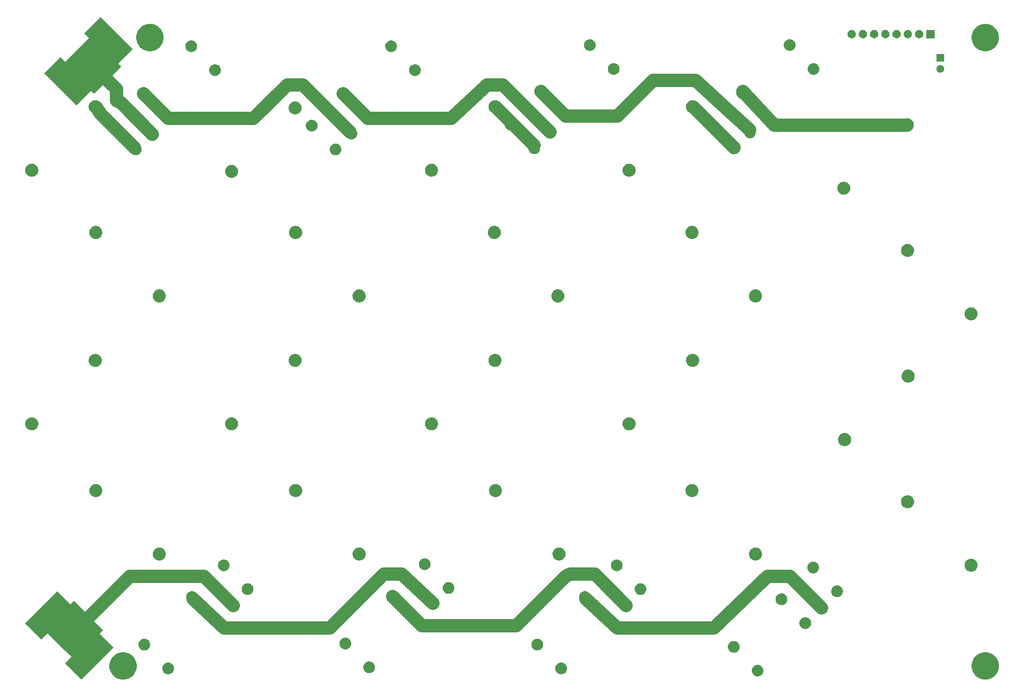
<source format=gbr>
%TF.GenerationSoftware,KiCad,Pcbnew,(5.1.4)-1*%
%TF.CreationDate,2019-12-28T21:17:41+08:00*%
%TF.ProjectId,LPF,4c50462e-6b69-4636-9164-5f7063625858,rev?*%
%TF.SameCoordinates,Original*%
%TF.FileFunction,Soldermask,Top*%
%TF.FilePolarity,Negative*%
%FSLAX46Y46*%
G04 Gerber Fmt 4.6, Leading zero omitted, Abs format (unit mm)*
G04 Created by KiCad (PCBNEW (5.1.4)-1) date 2019-12-28 21:17:41*
%MOMM*%
%LPD*%
G04 APERTURE LIST*
%ADD10C,0.100000*%
%ADD11C,3.000000*%
%ADD12C,0.150000*%
%ADD13C,0.350000*%
G04 APERTURE END LIST*
D10*
G36*
X7500000Y-31500000D02*
G01*
X1500000Y-37500000D01*
X0Y-36000000D01*
X6500000Y-30500000D01*
X7500000Y-31500000D01*
G37*
X7500000Y-31500000D02*
X1500000Y-37500000D01*
X0Y-36000000D01*
X6500000Y-30500000D01*
X7500000Y-31500000D01*
G36*
X3500000Y-157000000D02*
G01*
X-3000000Y-163500000D01*
X-9500000Y-157000000D01*
X-3000000Y-150500000D01*
X3500000Y-157000000D01*
G37*
X3500000Y-157000000D02*
X-3000000Y-163500000D01*
X-9500000Y-157000000D01*
X-3000000Y-150500000D01*
X3500000Y-157000000D01*
G36*
X7000000Y-30500000D02*
G01*
X1000000Y-36500000D01*
X-5000000Y-30500000D01*
X1000000Y-24500000D01*
X7000000Y-30500000D01*
G37*
X7000000Y-30500000D02*
X1000000Y-36500000D01*
X-5000000Y-30500000D01*
X1000000Y-24500000D01*
X7000000Y-30500000D01*
D11*
X9500000Y-145000000D02*
X-1500000Y-156000000D01*
X26000000Y-145000000D02*
X9500000Y-145000000D01*
X32500000Y-151500000D02*
X26000000Y-145000000D01*
X30500000Y-156500000D02*
X23500000Y-150000000D01*
X54000000Y-156500000D02*
X30500000Y-156500000D01*
X66000000Y-144500000D02*
X54000000Y-156500000D01*
X70000000Y-144500000D02*
X66000000Y-144500000D01*
X77000000Y-151000000D02*
X70000000Y-144500000D01*
X74500000Y-156000000D02*
X68000000Y-149500000D01*
X75500000Y-156000000D02*
X74500000Y-156000000D01*
X95500000Y-156000000D02*
X75500000Y-156000000D01*
X106500000Y-145000000D02*
X95500000Y-156000000D01*
X107500000Y-144500000D02*
X106500000Y-145000000D01*
X113000000Y-144500000D02*
X107500000Y-144500000D01*
X113500000Y-145000000D02*
X113000000Y-144500000D01*
X120000000Y-151500000D02*
X113500000Y-145000000D01*
X118000000Y-156500000D02*
X111000000Y-150000000D01*
X139500000Y-156500000D02*
X118000000Y-156500000D01*
X151500000Y-145000000D02*
X139500000Y-156500000D01*
X156500000Y-145000000D02*
X151500000Y-145000000D01*
X157000000Y-145500000D02*
X156500000Y-145000000D01*
X163500000Y-152000000D02*
X157000000Y-145500000D01*
X153000000Y-44500000D02*
X182500000Y-44500000D01*
X146000000Y-37000000D02*
X153000000Y-44500000D01*
X135000000Y-40500000D02*
X144000000Y-49500000D01*
X142000000Y-40500000D02*
X147500000Y-45500000D01*
X135500000Y-34500000D02*
X142000000Y-40500000D01*
X126000000Y-34500000D02*
X135500000Y-34500000D01*
X118000000Y-42500000D02*
X126000000Y-34500000D01*
X106500000Y-42500000D02*
X118000000Y-42500000D01*
X101000000Y-37000000D02*
X106500000Y-42500000D01*
X91000000Y-40500000D02*
X99500000Y-49000000D01*
X96500000Y-39500000D02*
X103000000Y-46000000D01*
X92500000Y-35500000D02*
X96500000Y-39500000D01*
X89000000Y-35500000D02*
X92500000Y-35500000D01*
X88500000Y-36000000D02*
X89000000Y-35500000D01*
X81000000Y-43000000D02*
X88500000Y-36000000D01*
X62500000Y-43000000D02*
X81000000Y-43000000D01*
X57000000Y-37500000D02*
X62500000Y-43000000D01*
X3000000Y-42000000D02*
X10500000Y-49500000D01*
X2000000Y-40500000D02*
X3000000Y-42000000D01*
X7500000Y-39500000D02*
X14500000Y-46500000D01*
X6500000Y-39000000D02*
X7500000Y-39500000D01*
X6500000Y-36500000D02*
X6500000Y-39000000D01*
X3000000Y-33000000D02*
X6500000Y-36500000D01*
X18000000Y-43000000D02*
X12500000Y-37500000D01*
X48000000Y-35500000D02*
X58500000Y-46000000D01*
X44500000Y-35500000D02*
X48000000Y-35500000D01*
X44000000Y-36000000D02*
X44500000Y-35500000D01*
X37000000Y-43000000D02*
X44000000Y-36000000D01*
X36000000Y-43000000D02*
X37000000Y-43000000D01*
X18000000Y-43000000D02*
X36000000Y-43000000D01*
D12*
X48500000Y-35500000D02*
X53000000Y-40000000D01*
X44000000Y-35500000D02*
X48500000Y-35500000D01*
X37000000Y-42500000D02*
X44000000Y-35500000D01*
X18000000Y-42500000D02*
X37000000Y-42500000D01*
D13*
G36*
X200889943Y-162066248D02*
G01*
X201445189Y-162296238D01*
X201521167Y-162347005D01*
X201944899Y-162630134D01*
X202369866Y-163055101D01*
X202382959Y-163074696D01*
X202703762Y-163554811D01*
X202933752Y-164110057D01*
X203051000Y-164699501D01*
X203051000Y-165300499D01*
X202933752Y-165889943D01*
X202703762Y-166445189D01*
X202586176Y-166621168D01*
X202369866Y-166944899D01*
X201944899Y-167369866D01*
X201870736Y-167419420D01*
X201445189Y-167703762D01*
X200889943Y-167933752D01*
X200300499Y-168051000D01*
X199699501Y-168051000D01*
X199110057Y-167933752D01*
X198554811Y-167703762D01*
X198129264Y-167419420D01*
X198055101Y-167369866D01*
X197630134Y-166944899D01*
X197413824Y-166621168D01*
X197296238Y-166445189D01*
X197066248Y-165889943D01*
X196949000Y-165300499D01*
X196949000Y-164699501D01*
X197066248Y-164110057D01*
X197296238Y-163554811D01*
X197617041Y-163074696D01*
X197630134Y-163055101D01*
X198055101Y-162630134D01*
X198478833Y-162347005D01*
X198554811Y-162296238D01*
X199110057Y-162066248D01*
X199699501Y-161949000D01*
X200300499Y-161949000D01*
X200889943Y-162066248D01*
X200889943Y-162066248D01*
G37*
G36*
X8889943Y-162066248D02*
G01*
X9445189Y-162296238D01*
X9521167Y-162347005D01*
X9944899Y-162630134D01*
X10369866Y-163055101D01*
X10382959Y-163074696D01*
X10703762Y-163554811D01*
X10933752Y-164110057D01*
X11051000Y-164699501D01*
X11051000Y-165300499D01*
X10933752Y-165889943D01*
X10703762Y-166445189D01*
X10586176Y-166621168D01*
X10369866Y-166944899D01*
X9944899Y-167369866D01*
X9870736Y-167419420D01*
X9445189Y-167703762D01*
X8889943Y-167933752D01*
X8300499Y-168051000D01*
X7699501Y-168051000D01*
X7110057Y-167933752D01*
X6554811Y-167703762D01*
X6129264Y-167419420D01*
X6055101Y-167369866D01*
X5630134Y-166944899D01*
X5413824Y-166621168D01*
X5296238Y-166445189D01*
X5066248Y-165889943D01*
X4949000Y-165300499D01*
X4949000Y-164699501D01*
X5066248Y-164110057D01*
X5296238Y-163554811D01*
X5617041Y-163074696D01*
X5630134Y-163055101D01*
X6055101Y-162630134D01*
X6478833Y-162347005D01*
X6554811Y-162296238D01*
X7110057Y-162066248D01*
X7699501Y-161949000D01*
X8300499Y-161949000D01*
X8889943Y-162066248D01*
X8889943Y-162066248D01*
G37*
G36*
X5873092Y-160894113D02*
G01*
X-1270101Y-168037306D01*
X-4877760Y-164429647D01*
X2265433Y-157286454D01*
X5873092Y-160894113D01*
X5873092Y-160894113D01*
G37*
G36*
X149682788Y-164802297D02*
G01*
X149919554Y-164900369D01*
X149919556Y-164900370D01*
X150132640Y-165042748D01*
X150313854Y-165223962D01*
X150448293Y-165425164D01*
X150456233Y-165437048D01*
X150554305Y-165673814D01*
X150604301Y-165925162D01*
X150604301Y-166181440D01*
X150554305Y-166432788D01*
X150476275Y-166621168D01*
X150456232Y-166669556D01*
X150313854Y-166882640D01*
X150132640Y-167063854D01*
X149919556Y-167206232D01*
X149919555Y-167206233D01*
X149919554Y-167206233D01*
X149682788Y-167304305D01*
X149431440Y-167354301D01*
X149175162Y-167354301D01*
X148923814Y-167304305D01*
X148687048Y-167206233D01*
X148687047Y-167206233D01*
X148687046Y-167206232D01*
X148473962Y-167063854D01*
X148292748Y-166882640D01*
X148150370Y-166669556D01*
X148130327Y-166621168D01*
X148052297Y-166432788D01*
X148002301Y-166181440D01*
X148002301Y-165925162D01*
X148052297Y-165673814D01*
X148150369Y-165437048D01*
X148158310Y-165425164D01*
X148292748Y-165223962D01*
X148473962Y-165042748D01*
X148687046Y-164900370D01*
X148687048Y-164900369D01*
X148923814Y-164802297D01*
X149175162Y-164752301D01*
X149431440Y-164752301D01*
X149682788Y-164802297D01*
X149682788Y-164802297D01*
G37*
G36*
X105932788Y-164302297D02*
G01*
X106140231Y-164388223D01*
X106169556Y-164400370D01*
X106382640Y-164542748D01*
X106563854Y-164723962D01*
X106697391Y-164923814D01*
X106706233Y-164937048D01*
X106804305Y-165173814D01*
X106854301Y-165425162D01*
X106854301Y-165681440D01*
X106804305Y-165932788D01*
X106772831Y-166008772D01*
X106706232Y-166169556D01*
X106563854Y-166382640D01*
X106382640Y-166563854D01*
X106169556Y-166706232D01*
X106169555Y-166706233D01*
X106169554Y-166706233D01*
X105932788Y-166804305D01*
X105681440Y-166854301D01*
X105425162Y-166854301D01*
X105173814Y-166804305D01*
X104937048Y-166706233D01*
X104937047Y-166706233D01*
X104937046Y-166706232D01*
X104723962Y-166563854D01*
X104542748Y-166382640D01*
X104400370Y-166169556D01*
X104333771Y-166008772D01*
X104302297Y-165932788D01*
X104252301Y-165681440D01*
X104252301Y-165425162D01*
X104302297Y-165173814D01*
X104400369Y-164937048D01*
X104409212Y-164923814D01*
X104542748Y-164723962D01*
X104723962Y-164542748D01*
X104937046Y-164400370D01*
X104966371Y-164388223D01*
X105173814Y-164302297D01*
X105425162Y-164252301D01*
X105681440Y-164252301D01*
X105932788Y-164302297D01*
X105932788Y-164302297D01*
G37*
G36*
X18432788Y-164302297D02*
G01*
X18640231Y-164388223D01*
X18669556Y-164400370D01*
X18882640Y-164542748D01*
X19063854Y-164723962D01*
X19197391Y-164923814D01*
X19206233Y-164937048D01*
X19304305Y-165173814D01*
X19354301Y-165425162D01*
X19354301Y-165681440D01*
X19304305Y-165932788D01*
X19272831Y-166008772D01*
X19206232Y-166169556D01*
X19063854Y-166382640D01*
X18882640Y-166563854D01*
X18669556Y-166706232D01*
X18669555Y-166706233D01*
X18669554Y-166706233D01*
X18432788Y-166804305D01*
X18181440Y-166854301D01*
X17925162Y-166854301D01*
X17673814Y-166804305D01*
X17437048Y-166706233D01*
X17437047Y-166706233D01*
X17437046Y-166706232D01*
X17223962Y-166563854D01*
X17042748Y-166382640D01*
X16900370Y-166169556D01*
X16833771Y-166008772D01*
X16802297Y-165932788D01*
X16752301Y-165681440D01*
X16752301Y-165425162D01*
X16802297Y-165173814D01*
X16900369Y-164937048D01*
X16909212Y-164923814D01*
X17042748Y-164723962D01*
X17223962Y-164542748D01*
X17437046Y-164400370D01*
X17466371Y-164388223D01*
X17673814Y-164302297D01*
X17925162Y-164252301D01*
X18181440Y-164252301D01*
X18432788Y-164302297D01*
X18432788Y-164302297D01*
G37*
G36*
X63182788Y-164052297D02*
G01*
X63390262Y-164138236D01*
X63419556Y-164150370D01*
X63632640Y-164292748D01*
X63813854Y-164473962D01*
X63917150Y-164628555D01*
X63956233Y-164687048D01*
X64054305Y-164923814D01*
X64104301Y-165175162D01*
X64104301Y-165431440D01*
X64054305Y-165682788D01*
X63996339Y-165822730D01*
X63956232Y-165919556D01*
X63813854Y-166132640D01*
X63632640Y-166313854D01*
X63419556Y-166456232D01*
X63419555Y-166456233D01*
X63419554Y-166456233D01*
X63182788Y-166554305D01*
X62931440Y-166604301D01*
X62675162Y-166604301D01*
X62423814Y-166554305D01*
X62187048Y-166456233D01*
X62187047Y-166456233D01*
X62187046Y-166456232D01*
X61973962Y-166313854D01*
X61792748Y-166132640D01*
X61650370Y-165919556D01*
X61610263Y-165822730D01*
X61552297Y-165682788D01*
X61502301Y-165431440D01*
X61502301Y-165175162D01*
X61552297Y-164923814D01*
X61650369Y-164687048D01*
X61689453Y-164628555D01*
X61792748Y-164473962D01*
X61973962Y-164292748D01*
X62187046Y-164150370D01*
X62216340Y-164138236D01*
X62423814Y-164052297D01*
X62675162Y-164002301D01*
X62931440Y-164002301D01*
X63182788Y-164052297D01*
X63182788Y-164052297D01*
G37*
G36*
X144379487Y-159498996D02*
G01*
X144616253Y-159597068D01*
X144616255Y-159597069D01*
X144829339Y-159739447D01*
X145010553Y-159920661D01*
X145144992Y-160121863D01*
X145152932Y-160133747D01*
X145251004Y-160370513D01*
X145301000Y-160621861D01*
X145301000Y-160878139D01*
X145251004Y-161129487D01*
X145163378Y-161341034D01*
X145152931Y-161366255D01*
X145010553Y-161579339D01*
X144829339Y-161760553D01*
X144616255Y-161902931D01*
X144616254Y-161902932D01*
X144616253Y-161902932D01*
X144379487Y-162001004D01*
X144128139Y-162051000D01*
X143871861Y-162051000D01*
X143620513Y-162001004D01*
X143383747Y-161902932D01*
X143383746Y-161902932D01*
X143383745Y-161902931D01*
X143170661Y-161760553D01*
X142989447Y-161579339D01*
X142847069Y-161366255D01*
X142836622Y-161341034D01*
X142748996Y-161129487D01*
X142699000Y-160878139D01*
X142699000Y-160621861D01*
X142748996Y-160370513D01*
X142847068Y-160133747D01*
X142855009Y-160121863D01*
X142989447Y-159920661D01*
X143170661Y-159739447D01*
X143383745Y-159597069D01*
X143383747Y-159597068D01*
X143620513Y-159498996D01*
X143871861Y-159449000D01*
X144128139Y-159449000D01*
X144379487Y-159498996D01*
X144379487Y-159498996D01*
G37*
G36*
X1064766Y-156085786D02*
G01*
X-4664214Y-161814766D01*
X-7564766Y-158914214D01*
X-1835786Y-153185234D01*
X1064766Y-156085786D01*
X1064766Y-156085786D01*
G37*
G36*
X100629487Y-158998996D02*
G01*
X100860490Y-159094681D01*
X100866255Y-159097069D01*
X101079339Y-159239447D01*
X101260553Y-159420661D01*
X101394090Y-159620513D01*
X101402932Y-159633747D01*
X101501004Y-159870513D01*
X101551000Y-160121861D01*
X101551000Y-160378139D01*
X101501004Y-160629487D01*
X101447572Y-160758482D01*
X101402931Y-160866255D01*
X101260553Y-161079339D01*
X101079339Y-161260553D01*
X100866255Y-161402931D01*
X100866254Y-161402932D01*
X100866253Y-161402932D01*
X100629487Y-161501004D01*
X100378139Y-161551000D01*
X100121861Y-161551000D01*
X99870513Y-161501004D01*
X99633747Y-161402932D01*
X99633746Y-161402932D01*
X99633745Y-161402931D01*
X99420661Y-161260553D01*
X99239447Y-161079339D01*
X99097069Y-160866255D01*
X99052428Y-160758482D01*
X98998996Y-160629487D01*
X98949000Y-160378139D01*
X98949000Y-160121861D01*
X98998996Y-159870513D01*
X99097068Y-159633747D01*
X99105911Y-159620513D01*
X99239447Y-159420661D01*
X99420661Y-159239447D01*
X99633745Y-159097069D01*
X99639510Y-159094681D01*
X99870513Y-158998996D01*
X100121861Y-158949000D01*
X100378139Y-158949000D01*
X100629487Y-158998996D01*
X100629487Y-158998996D01*
G37*
G36*
X13129487Y-158998996D02*
G01*
X13360490Y-159094681D01*
X13366255Y-159097069D01*
X13579339Y-159239447D01*
X13760553Y-159420661D01*
X13894090Y-159620513D01*
X13902932Y-159633747D01*
X14001004Y-159870513D01*
X14051000Y-160121861D01*
X14051000Y-160378139D01*
X14001004Y-160629487D01*
X13947572Y-160758482D01*
X13902931Y-160866255D01*
X13760553Y-161079339D01*
X13579339Y-161260553D01*
X13366255Y-161402931D01*
X13366254Y-161402932D01*
X13366253Y-161402932D01*
X13129487Y-161501004D01*
X12878139Y-161551000D01*
X12621861Y-161551000D01*
X12370513Y-161501004D01*
X12133747Y-161402932D01*
X12133746Y-161402932D01*
X12133745Y-161402931D01*
X11920661Y-161260553D01*
X11739447Y-161079339D01*
X11597069Y-160866255D01*
X11552428Y-160758482D01*
X11498996Y-160629487D01*
X11449000Y-160378139D01*
X11449000Y-160121861D01*
X11498996Y-159870513D01*
X11597068Y-159633747D01*
X11605911Y-159620513D01*
X11739447Y-159420661D01*
X11920661Y-159239447D01*
X12133745Y-159097069D01*
X12139510Y-159094681D01*
X12370513Y-158998996D01*
X12621861Y-158949000D01*
X12878139Y-158949000D01*
X13129487Y-158998996D01*
X13129487Y-158998996D01*
G37*
G36*
X57879487Y-158748996D02*
G01*
X58066747Y-158826562D01*
X58116255Y-158847069D01*
X58268806Y-158949000D01*
X58329339Y-158989447D01*
X58510553Y-159170661D01*
X58652932Y-159383747D01*
X58751004Y-159620513D01*
X58801000Y-159871861D01*
X58801000Y-160128139D01*
X58751004Y-160379487D01*
X58697401Y-160508895D01*
X58652931Y-160616255D01*
X58510553Y-160829339D01*
X58329339Y-161010553D01*
X58116255Y-161152931D01*
X58116254Y-161152932D01*
X58116253Y-161152932D01*
X57879487Y-161251004D01*
X57628139Y-161301000D01*
X57371861Y-161301000D01*
X57120513Y-161251004D01*
X56883747Y-161152932D01*
X56883746Y-161152932D01*
X56883745Y-161152931D01*
X56670661Y-161010553D01*
X56489447Y-160829339D01*
X56347069Y-160616255D01*
X56302599Y-160508895D01*
X56248996Y-160379487D01*
X56199000Y-160128139D01*
X56199000Y-159871861D01*
X56248996Y-159620513D01*
X56347068Y-159383747D01*
X56489447Y-159170661D01*
X56670661Y-158989447D01*
X56731194Y-158949000D01*
X56883745Y-158847069D01*
X56933253Y-158826562D01*
X57120513Y-158748996D01*
X57371861Y-158699000D01*
X57628139Y-158699000D01*
X57879487Y-158748996D01*
X57879487Y-158748996D01*
G37*
G36*
X-3036454Y-151984567D02*
G01*
X-10179647Y-159127760D01*
X-13787306Y-155520101D01*
X-6644113Y-148376908D01*
X-3036454Y-151984567D01*
X-3036454Y-151984567D01*
G37*
G36*
X160289390Y-154195695D02*
G01*
X160526156Y-154293767D01*
X160526158Y-154293768D01*
X160739242Y-154436146D01*
X160920456Y-154617360D01*
X161054895Y-154818562D01*
X161062835Y-154830446D01*
X161160907Y-155067212D01*
X161210903Y-155318560D01*
X161210903Y-155574838D01*
X161160907Y-155826186D01*
X161062835Y-156062952D01*
X161062834Y-156062954D01*
X160920456Y-156276038D01*
X160739242Y-156457252D01*
X160526158Y-156599630D01*
X160526157Y-156599631D01*
X160526156Y-156599631D01*
X160289390Y-156697703D01*
X160038042Y-156747699D01*
X159781764Y-156747699D01*
X159530416Y-156697703D01*
X159293650Y-156599631D01*
X159293649Y-156599631D01*
X159293648Y-156599630D01*
X159080564Y-156457252D01*
X158899350Y-156276038D01*
X158756972Y-156062954D01*
X158756971Y-156062952D01*
X158658899Y-155826186D01*
X158608903Y-155574838D01*
X158608903Y-155318560D01*
X158658899Y-155067212D01*
X158756971Y-154830446D01*
X158764912Y-154818562D01*
X158899350Y-154617360D01*
X159080564Y-154436146D01*
X159293648Y-154293768D01*
X159293650Y-154293767D01*
X159530416Y-154195695D01*
X159781764Y-154145699D01*
X160038042Y-154145699D01*
X160289390Y-154195695D01*
X160289390Y-154195695D01*
G37*
G36*
X116539390Y-153695695D02*
G01*
X116776156Y-153793767D01*
X116776158Y-153793768D01*
X116989242Y-153936146D01*
X117170456Y-154117360D01*
X117303993Y-154317212D01*
X117312835Y-154330446D01*
X117410907Y-154567212D01*
X117460903Y-154818560D01*
X117460903Y-155074838D01*
X117410907Y-155326186D01*
X117328125Y-155526038D01*
X117312834Y-155562954D01*
X117170456Y-155776038D01*
X116989242Y-155957252D01*
X116776158Y-156099630D01*
X116776157Y-156099631D01*
X116776156Y-156099631D01*
X116539390Y-156197703D01*
X116288042Y-156247699D01*
X116031764Y-156247699D01*
X115780416Y-156197703D01*
X115543650Y-156099631D01*
X115543649Y-156099631D01*
X115543648Y-156099630D01*
X115330564Y-155957252D01*
X115149350Y-155776038D01*
X115006972Y-155562954D01*
X114991681Y-155526038D01*
X114908899Y-155326186D01*
X114858903Y-155074838D01*
X114858903Y-154818560D01*
X114908899Y-154567212D01*
X115006971Y-154330446D01*
X115015814Y-154317212D01*
X115149350Y-154117360D01*
X115330564Y-153936146D01*
X115543648Y-153793768D01*
X115543650Y-153793767D01*
X115780416Y-153695695D01*
X116031764Y-153645699D01*
X116288042Y-153645699D01*
X116539390Y-153695695D01*
X116539390Y-153695695D01*
G37*
G36*
X29039390Y-153695695D02*
G01*
X29276156Y-153793767D01*
X29276158Y-153793768D01*
X29489242Y-153936146D01*
X29670456Y-154117360D01*
X29803993Y-154317212D01*
X29812835Y-154330446D01*
X29910907Y-154567212D01*
X29960903Y-154818560D01*
X29960903Y-155074838D01*
X29910907Y-155326186D01*
X29828125Y-155526038D01*
X29812834Y-155562954D01*
X29670456Y-155776038D01*
X29489242Y-155957252D01*
X29276158Y-156099630D01*
X29276157Y-156099631D01*
X29276156Y-156099631D01*
X29039390Y-156197703D01*
X28788042Y-156247699D01*
X28531764Y-156247699D01*
X28280416Y-156197703D01*
X28043650Y-156099631D01*
X28043649Y-156099631D01*
X28043648Y-156099630D01*
X27830564Y-155957252D01*
X27649350Y-155776038D01*
X27506972Y-155562954D01*
X27491681Y-155526038D01*
X27408899Y-155326186D01*
X27358903Y-155074838D01*
X27358903Y-154818560D01*
X27408899Y-154567212D01*
X27506971Y-154330446D01*
X27515814Y-154317212D01*
X27649350Y-154117360D01*
X27830564Y-153936146D01*
X28043648Y-153793768D01*
X28043650Y-153793767D01*
X28280416Y-153695695D01*
X28531764Y-153645699D01*
X28788042Y-153645699D01*
X29039390Y-153695695D01*
X29039390Y-153695695D01*
G37*
G36*
X73789390Y-153445695D02*
G01*
X74026156Y-153543767D01*
X74026158Y-153543768D01*
X74239242Y-153686146D01*
X74420456Y-153867360D01*
X74552157Y-154064464D01*
X74562835Y-154080446D01*
X74660907Y-154317212D01*
X74710903Y-154568560D01*
X74710903Y-154824838D01*
X74660907Y-155076186D01*
X74592671Y-155240922D01*
X74562834Y-155312954D01*
X74420456Y-155526038D01*
X74239242Y-155707252D01*
X74026158Y-155849630D01*
X74026157Y-155849631D01*
X74026156Y-155849631D01*
X73789390Y-155947703D01*
X73538042Y-155997699D01*
X73281764Y-155997699D01*
X73030416Y-155947703D01*
X72793650Y-155849631D01*
X72793649Y-155849631D01*
X72793648Y-155849630D01*
X72580564Y-155707252D01*
X72399350Y-155526038D01*
X72256972Y-155312954D01*
X72227135Y-155240922D01*
X72158899Y-155076186D01*
X72108903Y-154824838D01*
X72108903Y-154568560D01*
X72158899Y-154317212D01*
X72256971Y-154080446D01*
X72267650Y-154064464D01*
X72399350Y-153867360D01*
X72580564Y-153686146D01*
X72793648Y-153543768D01*
X72793650Y-153543767D01*
X73030416Y-153445695D01*
X73281764Y-153395699D01*
X73538042Y-153395699D01*
X73789390Y-153445695D01*
X73789390Y-153445695D01*
G37*
G36*
X163824923Y-150660161D02*
G01*
X164061689Y-150758233D01*
X164061691Y-150758234D01*
X164274775Y-150900612D01*
X164455989Y-151081826D01*
X164590428Y-151283028D01*
X164598368Y-151294912D01*
X164696440Y-151531678D01*
X164746436Y-151783026D01*
X164746436Y-152039304D01*
X164696440Y-152290652D01*
X164617040Y-152482340D01*
X164598367Y-152527420D01*
X164455989Y-152740504D01*
X164274775Y-152921718D01*
X164061691Y-153064096D01*
X164061690Y-153064097D01*
X164061689Y-153064097D01*
X163824923Y-153162169D01*
X163573575Y-153212165D01*
X163317297Y-153212165D01*
X163065949Y-153162169D01*
X162829183Y-153064097D01*
X162829182Y-153064097D01*
X162829181Y-153064096D01*
X162616097Y-152921718D01*
X162434883Y-152740504D01*
X162292505Y-152527420D01*
X162273832Y-152482340D01*
X162194432Y-152290652D01*
X162144436Y-152039304D01*
X162144436Y-151783026D01*
X162194432Y-151531678D01*
X162292504Y-151294912D01*
X162300445Y-151283028D01*
X162434883Y-151081826D01*
X162616097Y-150900612D01*
X162829181Y-150758234D01*
X162829183Y-150758233D01*
X163065949Y-150660161D01*
X163317297Y-150610165D01*
X163573575Y-150610165D01*
X163824923Y-150660161D01*
X163824923Y-150660161D01*
G37*
G36*
X120074923Y-150160161D02*
G01*
X120311689Y-150258233D01*
X120311691Y-150258234D01*
X120524775Y-150400612D01*
X120705989Y-150581826D01*
X120839526Y-150781678D01*
X120848368Y-150794912D01*
X120946440Y-151031678D01*
X120996436Y-151283026D01*
X120996436Y-151539304D01*
X120946440Y-151790652D01*
X120850096Y-152023246D01*
X120848367Y-152027420D01*
X120705989Y-152240504D01*
X120524775Y-152421718D01*
X120311691Y-152564096D01*
X120311690Y-152564097D01*
X120311689Y-152564097D01*
X120074923Y-152662169D01*
X119823575Y-152712165D01*
X119567297Y-152712165D01*
X119315949Y-152662169D01*
X119079183Y-152564097D01*
X119079182Y-152564097D01*
X119079181Y-152564096D01*
X118866097Y-152421718D01*
X118684883Y-152240504D01*
X118542505Y-152027420D01*
X118540776Y-152023246D01*
X118444432Y-151790652D01*
X118394436Y-151539304D01*
X118394436Y-151283026D01*
X118444432Y-151031678D01*
X118542504Y-150794912D01*
X118551347Y-150781678D01*
X118684883Y-150581826D01*
X118866097Y-150400612D01*
X119079181Y-150258234D01*
X119079183Y-150258233D01*
X119315949Y-150160161D01*
X119567297Y-150110165D01*
X119823575Y-150110165D01*
X120074923Y-150160161D01*
X120074923Y-150160161D01*
G37*
G36*
X32574923Y-150160161D02*
G01*
X32811689Y-150258233D01*
X32811691Y-150258234D01*
X33024775Y-150400612D01*
X33205989Y-150581826D01*
X33339526Y-150781678D01*
X33348368Y-150794912D01*
X33446440Y-151031678D01*
X33496436Y-151283026D01*
X33496436Y-151539304D01*
X33446440Y-151790652D01*
X33350096Y-152023246D01*
X33348367Y-152027420D01*
X33205989Y-152240504D01*
X33024775Y-152421718D01*
X32811691Y-152564096D01*
X32811690Y-152564097D01*
X32811689Y-152564097D01*
X32574923Y-152662169D01*
X32323575Y-152712165D01*
X32067297Y-152712165D01*
X31815949Y-152662169D01*
X31579183Y-152564097D01*
X31579182Y-152564097D01*
X31579181Y-152564096D01*
X31366097Y-152421718D01*
X31184883Y-152240504D01*
X31042505Y-152027420D01*
X31040776Y-152023246D01*
X30944432Y-151790652D01*
X30894436Y-151539304D01*
X30894436Y-151283026D01*
X30944432Y-151031678D01*
X31042504Y-150794912D01*
X31051347Y-150781678D01*
X31184883Y-150581826D01*
X31366097Y-150400612D01*
X31579181Y-150258234D01*
X31579183Y-150258233D01*
X31815949Y-150160161D01*
X32067297Y-150110165D01*
X32323575Y-150110165D01*
X32574923Y-150160161D01*
X32574923Y-150160161D01*
G37*
G36*
X77324923Y-149910161D02*
G01*
X77561689Y-150008233D01*
X77561691Y-150008234D01*
X77774775Y-150150612D01*
X77955989Y-150331826D01*
X78050143Y-150472737D01*
X78098368Y-150544912D01*
X78196440Y-150781678D01*
X78246436Y-151033026D01*
X78246436Y-151289304D01*
X78196440Y-151540652D01*
X78172126Y-151599350D01*
X78098367Y-151777420D01*
X77955989Y-151990504D01*
X77774775Y-152171718D01*
X77561691Y-152314096D01*
X77561690Y-152314097D01*
X77561689Y-152314097D01*
X77324923Y-152412169D01*
X77073575Y-152462165D01*
X76817297Y-152462165D01*
X76565949Y-152412169D01*
X76329183Y-152314097D01*
X76329182Y-152314097D01*
X76329181Y-152314096D01*
X76116097Y-152171718D01*
X75934883Y-151990504D01*
X75792505Y-151777420D01*
X75718746Y-151599350D01*
X75694432Y-151540652D01*
X75644436Y-151289304D01*
X75644436Y-151033026D01*
X75694432Y-150781678D01*
X75792504Y-150544912D01*
X75840730Y-150472737D01*
X75934883Y-150331826D01*
X76116097Y-150150612D01*
X76329181Y-150008234D01*
X76329183Y-150008233D01*
X76565949Y-149910161D01*
X76817297Y-149860165D01*
X77073575Y-149860165D01*
X77324923Y-149910161D01*
X77324923Y-149910161D01*
G37*
G36*
X154986089Y-148892394D02*
G01*
X155222855Y-148990466D01*
X155222857Y-148990467D01*
X155435941Y-149132845D01*
X155617155Y-149314059D01*
X155751594Y-149515261D01*
X155759534Y-149527145D01*
X155857606Y-149763911D01*
X155907602Y-150015259D01*
X155907602Y-150271537D01*
X155857606Y-150522885D01*
X155760121Y-150758233D01*
X155759533Y-150759653D01*
X155617155Y-150972737D01*
X155435941Y-151153951D01*
X155222857Y-151296329D01*
X155222856Y-151296330D01*
X155222855Y-151296330D01*
X154986089Y-151394402D01*
X154734741Y-151444398D01*
X154478463Y-151444398D01*
X154227115Y-151394402D01*
X153990349Y-151296330D01*
X153990348Y-151296330D01*
X153990347Y-151296329D01*
X153777263Y-151153951D01*
X153596049Y-150972737D01*
X153453671Y-150759653D01*
X153453083Y-150758233D01*
X153355598Y-150522885D01*
X153305602Y-150271537D01*
X153305602Y-150015259D01*
X153355598Y-149763911D01*
X153453670Y-149527145D01*
X153461611Y-149515261D01*
X153596049Y-149314059D01*
X153777263Y-149132845D01*
X153990347Y-148990467D01*
X153990349Y-148990466D01*
X154227115Y-148892394D01*
X154478463Y-148842398D01*
X154734741Y-148842398D01*
X154986089Y-148892394D01*
X154986089Y-148892394D01*
G37*
G36*
X23736089Y-148392394D02*
G01*
X23887160Y-148454970D01*
X23972857Y-148490467D01*
X24185941Y-148632845D01*
X24367155Y-148814059D01*
X24500692Y-149013911D01*
X24509534Y-149027145D01*
X24607606Y-149263911D01*
X24657602Y-149515259D01*
X24657602Y-149771537D01*
X24607606Y-150022885D01*
X24540399Y-150185136D01*
X24509533Y-150259653D01*
X24367155Y-150472737D01*
X24185941Y-150653951D01*
X23972857Y-150796329D01*
X23972856Y-150796330D01*
X23972855Y-150796330D01*
X23736089Y-150894402D01*
X23484741Y-150944398D01*
X23228463Y-150944398D01*
X22977115Y-150894402D01*
X22740349Y-150796330D01*
X22740348Y-150796330D01*
X22740347Y-150796329D01*
X22527263Y-150653951D01*
X22346049Y-150472737D01*
X22203671Y-150259653D01*
X22172805Y-150185136D01*
X22105598Y-150022885D01*
X22055602Y-149771537D01*
X22055602Y-149515259D01*
X22105598Y-149263911D01*
X22203670Y-149027145D01*
X22212513Y-149013911D01*
X22346049Y-148814059D01*
X22527263Y-148632845D01*
X22740347Y-148490467D01*
X22826044Y-148454970D01*
X22977115Y-148392394D01*
X23228463Y-148342398D01*
X23484741Y-148342398D01*
X23736089Y-148392394D01*
X23736089Y-148392394D01*
G37*
G36*
X111236089Y-148392394D02*
G01*
X111387160Y-148454970D01*
X111472857Y-148490467D01*
X111685941Y-148632845D01*
X111867155Y-148814059D01*
X112000692Y-149013911D01*
X112009534Y-149027145D01*
X112107606Y-149263911D01*
X112157602Y-149515259D01*
X112157602Y-149771537D01*
X112107606Y-150022885D01*
X112040399Y-150185136D01*
X112009533Y-150259653D01*
X111867155Y-150472737D01*
X111685941Y-150653951D01*
X111472857Y-150796329D01*
X111472856Y-150796330D01*
X111472855Y-150796330D01*
X111236089Y-150894402D01*
X110984741Y-150944398D01*
X110728463Y-150944398D01*
X110477115Y-150894402D01*
X110240349Y-150796330D01*
X110240348Y-150796330D01*
X110240347Y-150796329D01*
X110027263Y-150653951D01*
X109846049Y-150472737D01*
X109703671Y-150259653D01*
X109672805Y-150185136D01*
X109605598Y-150022885D01*
X109555602Y-149771537D01*
X109555602Y-149515259D01*
X109605598Y-149263911D01*
X109703670Y-149027145D01*
X109712513Y-149013911D01*
X109846049Y-148814059D01*
X110027263Y-148632845D01*
X110240347Y-148490467D01*
X110326044Y-148454970D01*
X110477115Y-148392394D01*
X110728463Y-148342398D01*
X110984741Y-148342398D01*
X111236089Y-148392394D01*
X111236089Y-148392394D01*
G37*
G36*
X68486089Y-148142394D02*
G01*
X68722855Y-148240466D01*
X68722857Y-148240467D01*
X68935941Y-148382845D01*
X69117155Y-148564059D01*
X69211309Y-148704970D01*
X69259534Y-148777145D01*
X69357606Y-149013911D01*
X69407602Y-149265259D01*
X69407602Y-149521537D01*
X69357606Y-149772885D01*
X69297904Y-149917017D01*
X69259533Y-150009653D01*
X69117155Y-150222737D01*
X68935941Y-150403951D01*
X68722857Y-150546329D01*
X68722856Y-150546330D01*
X68722855Y-150546330D01*
X68486089Y-150644402D01*
X68234741Y-150694398D01*
X67978463Y-150694398D01*
X67727115Y-150644402D01*
X67490349Y-150546330D01*
X67490348Y-150546330D01*
X67490347Y-150546329D01*
X67277263Y-150403951D01*
X67096049Y-150222737D01*
X66953671Y-150009653D01*
X66915300Y-149917017D01*
X66855598Y-149772885D01*
X66805602Y-149521537D01*
X66805602Y-149265259D01*
X66855598Y-149013911D01*
X66953670Y-148777145D01*
X67001896Y-148704970D01*
X67096049Y-148564059D01*
X67277263Y-148382845D01*
X67490347Y-148240467D01*
X67490349Y-148240466D01*
X67727115Y-148142394D01*
X67978463Y-148092398D01*
X68234741Y-148092398D01*
X68486089Y-148142394D01*
X68486089Y-148142394D01*
G37*
G36*
X167360457Y-147124627D02*
G01*
X167597223Y-147222699D01*
X167597225Y-147222700D01*
X167810309Y-147365078D01*
X167991523Y-147546292D01*
X168125962Y-147747494D01*
X168133902Y-147759378D01*
X168231974Y-147996144D01*
X168281970Y-148247492D01*
X168281970Y-148503770D01*
X168231974Y-148755118D01*
X168134489Y-148990466D01*
X168133901Y-148991886D01*
X167991523Y-149204970D01*
X167810309Y-149386184D01*
X167597225Y-149528562D01*
X167597224Y-149528563D01*
X167597223Y-149528563D01*
X167360457Y-149626635D01*
X167109109Y-149676631D01*
X166852831Y-149676631D01*
X166601483Y-149626635D01*
X166364717Y-149528563D01*
X166364716Y-149528563D01*
X166364715Y-149528562D01*
X166151631Y-149386184D01*
X165970417Y-149204970D01*
X165828039Y-148991886D01*
X165827451Y-148990466D01*
X165729966Y-148755118D01*
X165679970Y-148503770D01*
X165679970Y-148247492D01*
X165729966Y-147996144D01*
X165828038Y-147759378D01*
X165835979Y-147747494D01*
X165970417Y-147546292D01*
X166151631Y-147365078D01*
X166364715Y-147222700D01*
X166364717Y-147222699D01*
X166601483Y-147124627D01*
X166852831Y-147074631D01*
X167109109Y-147074631D01*
X167360457Y-147124627D01*
X167360457Y-147124627D01*
G37*
G36*
X123610457Y-146624627D02*
G01*
X123761528Y-146687203D01*
X123847225Y-146722700D01*
X124060309Y-146865078D01*
X124241523Y-147046292D01*
X124375060Y-147246144D01*
X124383902Y-147259378D01*
X124481974Y-147496144D01*
X124531970Y-147747492D01*
X124531970Y-148003770D01*
X124481974Y-148255118D01*
X124399192Y-148454970D01*
X124383901Y-148491886D01*
X124241523Y-148704970D01*
X124060309Y-148886184D01*
X123847225Y-149028562D01*
X123847224Y-149028563D01*
X123847223Y-149028563D01*
X123610457Y-149126635D01*
X123359109Y-149176631D01*
X123102831Y-149176631D01*
X122851483Y-149126635D01*
X122614717Y-149028563D01*
X122614716Y-149028563D01*
X122614715Y-149028562D01*
X122401631Y-148886184D01*
X122220417Y-148704970D01*
X122078039Y-148491886D01*
X122062748Y-148454970D01*
X121979966Y-148255118D01*
X121929970Y-148003770D01*
X121929970Y-147747492D01*
X121979966Y-147496144D01*
X122078038Y-147259378D01*
X122086881Y-147246144D01*
X122220417Y-147046292D01*
X122401631Y-146865078D01*
X122614715Y-146722700D01*
X122700412Y-146687203D01*
X122851483Y-146624627D01*
X123102831Y-146574631D01*
X123359109Y-146574631D01*
X123610457Y-146624627D01*
X123610457Y-146624627D01*
G37*
G36*
X36110457Y-146624627D02*
G01*
X36261528Y-146687203D01*
X36347225Y-146722700D01*
X36560309Y-146865078D01*
X36741523Y-147046292D01*
X36875060Y-147246144D01*
X36883902Y-147259378D01*
X36981974Y-147496144D01*
X37031970Y-147747492D01*
X37031970Y-148003770D01*
X36981974Y-148255118D01*
X36899192Y-148454970D01*
X36883901Y-148491886D01*
X36741523Y-148704970D01*
X36560309Y-148886184D01*
X36347225Y-149028562D01*
X36347224Y-149028563D01*
X36347223Y-149028563D01*
X36110457Y-149126635D01*
X35859109Y-149176631D01*
X35602831Y-149176631D01*
X35351483Y-149126635D01*
X35114717Y-149028563D01*
X35114716Y-149028563D01*
X35114715Y-149028562D01*
X34901631Y-148886184D01*
X34720417Y-148704970D01*
X34578039Y-148491886D01*
X34562748Y-148454970D01*
X34479966Y-148255118D01*
X34429970Y-148003770D01*
X34429970Y-147747492D01*
X34479966Y-147496144D01*
X34578038Y-147259378D01*
X34586881Y-147246144D01*
X34720417Y-147046292D01*
X34901631Y-146865078D01*
X35114715Y-146722700D01*
X35200412Y-146687203D01*
X35351483Y-146624627D01*
X35602831Y-146574631D01*
X35859109Y-146574631D01*
X36110457Y-146624627D01*
X36110457Y-146624627D01*
G37*
G36*
X80860457Y-146374627D02*
G01*
X81097223Y-146472699D01*
X81097225Y-146472700D01*
X81310309Y-146615078D01*
X81491523Y-146796292D01*
X81585677Y-146937203D01*
X81633902Y-147009378D01*
X81731974Y-147246144D01*
X81781970Y-147497492D01*
X81781970Y-147753770D01*
X81731974Y-148005118D01*
X81634489Y-148240466D01*
X81633901Y-148241886D01*
X81491523Y-148454970D01*
X81310309Y-148636184D01*
X81097225Y-148778562D01*
X81097224Y-148778563D01*
X81097223Y-148778563D01*
X80860457Y-148876635D01*
X80609109Y-148926631D01*
X80352831Y-148926631D01*
X80101483Y-148876635D01*
X79864717Y-148778563D01*
X79864716Y-148778563D01*
X79864715Y-148778562D01*
X79651631Y-148636184D01*
X79470417Y-148454970D01*
X79328039Y-148241886D01*
X79327451Y-148240466D01*
X79229966Y-148005118D01*
X79179970Y-147753770D01*
X79179970Y-147497492D01*
X79229966Y-147246144D01*
X79328038Y-147009378D01*
X79376264Y-146937203D01*
X79470417Y-146796292D01*
X79651631Y-146615078D01*
X79864715Y-146472700D01*
X79864717Y-146472699D01*
X80101483Y-146374627D01*
X80352831Y-146324631D01*
X80609109Y-146324631D01*
X80860457Y-146374627D01*
X80860457Y-146374627D01*
G37*
G36*
X158521623Y-145356860D02*
G01*
X158758389Y-145454932D01*
X158758391Y-145454933D01*
X158971475Y-145597311D01*
X159152689Y-145778525D01*
X159287128Y-145979727D01*
X159295068Y-145991611D01*
X159393140Y-146228377D01*
X159443136Y-146479725D01*
X159443136Y-146736003D01*
X159393140Y-146987351D01*
X159295655Y-147222699D01*
X159295067Y-147224119D01*
X159152689Y-147437203D01*
X158971475Y-147618417D01*
X158758391Y-147760795D01*
X158758390Y-147760796D01*
X158758389Y-147760796D01*
X158521623Y-147858868D01*
X158270275Y-147908864D01*
X158013997Y-147908864D01*
X157762649Y-147858868D01*
X157525883Y-147760796D01*
X157525882Y-147760796D01*
X157525881Y-147760795D01*
X157312797Y-147618417D01*
X157131583Y-147437203D01*
X156989205Y-147224119D01*
X156988617Y-147222699D01*
X156891132Y-146987351D01*
X156841136Y-146736003D01*
X156841136Y-146479725D01*
X156891132Y-146228377D01*
X156989204Y-145991611D01*
X156997145Y-145979727D01*
X157131583Y-145778525D01*
X157312797Y-145597311D01*
X157525881Y-145454933D01*
X157525883Y-145454932D01*
X157762649Y-145356860D01*
X158013997Y-145306864D01*
X158270275Y-145306864D01*
X158521623Y-145356860D01*
X158521623Y-145356860D01*
G37*
G36*
X114771623Y-144856860D02*
G01*
X115008389Y-144954932D01*
X115008391Y-144954933D01*
X115221475Y-145097311D01*
X115402689Y-145278525D01*
X115536226Y-145478377D01*
X115545068Y-145491611D01*
X115643140Y-145728377D01*
X115693136Y-145979725D01*
X115693136Y-146236003D01*
X115643140Y-146487351D01*
X115560358Y-146687203D01*
X115545067Y-146724119D01*
X115402689Y-146937203D01*
X115221475Y-147118417D01*
X115008391Y-147260795D01*
X115008390Y-147260796D01*
X115008389Y-147260796D01*
X114771623Y-147358868D01*
X114520275Y-147408864D01*
X114263997Y-147408864D01*
X114012649Y-147358868D01*
X113775883Y-147260796D01*
X113775882Y-147260796D01*
X113775881Y-147260795D01*
X113562797Y-147118417D01*
X113381583Y-146937203D01*
X113239205Y-146724119D01*
X113223914Y-146687203D01*
X113141132Y-146487351D01*
X113091136Y-146236003D01*
X113091136Y-145979725D01*
X113141132Y-145728377D01*
X113239204Y-145491611D01*
X113248047Y-145478377D01*
X113381583Y-145278525D01*
X113562797Y-145097311D01*
X113775881Y-144954933D01*
X113775883Y-144954932D01*
X114012649Y-144856860D01*
X114263997Y-144806864D01*
X114520275Y-144806864D01*
X114771623Y-144856860D01*
X114771623Y-144856860D01*
G37*
G36*
X27271623Y-144856860D02*
G01*
X27508389Y-144954932D01*
X27508391Y-144954933D01*
X27721475Y-145097311D01*
X27902689Y-145278525D01*
X28036226Y-145478377D01*
X28045068Y-145491611D01*
X28143140Y-145728377D01*
X28193136Y-145979725D01*
X28193136Y-146236003D01*
X28143140Y-146487351D01*
X28060358Y-146687203D01*
X28045067Y-146724119D01*
X27902689Y-146937203D01*
X27721475Y-147118417D01*
X27508391Y-147260795D01*
X27508390Y-147260796D01*
X27508389Y-147260796D01*
X27271623Y-147358868D01*
X27020275Y-147408864D01*
X26763997Y-147408864D01*
X26512649Y-147358868D01*
X26275883Y-147260796D01*
X26275882Y-147260796D01*
X26275881Y-147260795D01*
X26062797Y-147118417D01*
X25881583Y-146937203D01*
X25739205Y-146724119D01*
X25723914Y-146687203D01*
X25641132Y-146487351D01*
X25591136Y-146236003D01*
X25591136Y-145979725D01*
X25641132Y-145728377D01*
X25739204Y-145491611D01*
X25748047Y-145478377D01*
X25881583Y-145278525D01*
X26062797Y-145097311D01*
X26275881Y-144954933D01*
X26275883Y-144954932D01*
X26512649Y-144856860D01*
X26763997Y-144806864D01*
X27020275Y-144806864D01*
X27271623Y-144856860D01*
X27271623Y-144856860D01*
G37*
G36*
X72021623Y-144606860D02*
G01*
X72258389Y-144704932D01*
X72258391Y-144704933D01*
X72410942Y-144806864D01*
X72471475Y-144847311D01*
X72652689Y-145028525D01*
X72795068Y-145241611D01*
X72893140Y-145478377D01*
X72943136Y-145729725D01*
X72943136Y-145986003D01*
X72893140Y-146237351D01*
X72795655Y-146472699D01*
X72795067Y-146474119D01*
X72652689Y-146687203D01*
X72471475Y-146868417D01*
X72258391Y-147010795D01*
X72258390Y-147010796D01*
X72258389Y-147010796D01*
X72021623Y-147108868D01*
X71770275Y-147158864D01*
X71513997Y-147158864D01*
X71262649Y-147108868D01*
X71025883Y-147010796D01*
X71025882Y-147010796D01*
X71025881Y-147010795D01*
X70812797Y-146868417D01*
X70631583Y-146687203D01*
X70489205Y-146474119D01*
X70488617Y-146472699D01*
X70391132Y-146237351D01*
X70341136Y-145986003D01*
X70341136Y-145729725D01*
X70391132Y-145478377D01*
X70489204Y-145241611D01*
X70631583Y-145028525D01*
X70812797Y-144847311D01*
X70873330Y-144806864D01*
X71025881Y-144704933D01*
X71025883Y-144704932D01*
X71262649Y-144606860D01*
X71513997Y-144556864D01*
X71770275Y-144556864D01*
X72021623Y-144606860D01*
X72021623Y-144606860D01*
G37*
G36*
X162057157Y-141821326D02*
G01*
X162293923Y-141919398D01*
X162293925Y-141919399D01*
X162507009Y-142061777D01*
X162688223Y-142242991D01*
X162822662Y-142444193D01*
X162830602Y-142456077D01*
X162928674Y-142692843D01*
X162978670Y-142944191D01*
X162978670Y-143200469D01*
X162928674Y-143451817D01*
X162830602Y-143688583D01*
X162830601Y-143688585D01*
X162688223Y-143901669D01*
X162507009Y-144082883D01*
X162293925Y-144225261D01*
X162293924Y-144225262D01*
X162293923Y-144225262D01*
X162057157Y-144323334D01*
X161805809Y-144373330D01*
X161549531Y-144373330D01*
X161298183Y-144323334D01*
X161061417Y-144225262D01*
X161061416Y-144225262D01*
X161061415Y-144225261D01*
X160848331Y-144082883D01*
X160667117Y-143901669D01*
X160524739Y-143688585D01*
X160524738Y-143688583D01*
X160426666Y-143451817D01*
X160376670Y-143200469D01*
X160376670Y-142944191D01*
X160426666Y-142692843D01*
X160524738Y-142456077D01*
X160532679Y-142444193D01*
X160667117Y-142242991D01*
X160848331Y-142061777D01*
X161061415Y-141919399D01*
X161061417Y-141919398D01*
X161298183Y-141821326D01*
X161549531Y-141771330D01*
X161805809Y-141771330D01*
X162057157Y-141821326D01*
X162057157Y-141821326D01*
G37*
G36*
X197244309Y-141175828D02*
G01*
X197508373Y-141285207D01*
X197746026Y-141444002D01*
X197948134Y-141646110D01*
X198106929Y-141883763D01*
X198216308Y-142147827D01*
X198272068Y-142428156D01*
X198272068Y-142713980D01*
X198216308Y-142994309D01*
X198106929Y-143258373D01*
X197948134Y-143496026D01*
X197746026Y-143698134D01*
X197508373Y-143856929D01*
X197244309Y-143966308D01*
X196963980Y-144022068D01*
X196678156Y-144022068D01*
X196397827Y-143966308D01*
X196133763Y-143856929D01*
X195896110Y-143698134D01*
X195694002Y-143496026D01*
X195535207Y-143258373D01*
X195425828Y-142994309D01*
X195370068Y-142713980D01*
X195370068Y-142428156D01*
X195425828Y-142147827D01*
X195535207Y-141883763D01*
X195694002Y-141646110D01*
X195896110Y-141444002D01*
X196133763Y-141285207D01*
X196397827Y-141175828D01*
X196678156Y-141120068D01*
X196963980Y-141120068D01*
X197244309Y-141175828D01*
X197244309Y-141175828D01*
G37*
G36*
X118307157Y-141321326D02*
G01*
X118543923Y-141419398D01*
X118543925Y-141419399D01*
X118757009Y-141561777D01*
X118938223Y-141742991D01*
X119071760Y-141942843D01*
X119080602Y-141956077D01*
X119178674Y-142192843D01*
X119228670Y-142444191D01*
X119228670Y-142700469D01*
X119178674Y-142951817D01*
X119161073Y-142994309D01*
X119080601Y-143188585D01*
X118938223Y-143401669D01*
X118757009Y-143582883D01*
X118543925Y-143725261D01*
X118543924Y-143725262D01*
X118543923Y-143725262D01*
X118307157Y-143823334D01*
X118055809Y-143873330D01*
X117799531Y-143873330D01*
X117548183Y-143823334D01*
X117311417Y-143725262D01*
X117311416Y-143725262D01*
X117311415Y-143725261D01*
X117098331Y-143582883D01*
X116917117Y-143401669D01*
X116774739Y-143188585D01*
X116694267Y-142994309D01*
X116676666Y-142951817D01*
X116626670Y-142700469D01*
X116626670Y-142444191D01*
X116676666Y-142192843D01*
X116774738Y-141956077D01*
X116783581Y-141942843D01*
X116917117Y-141742991D01*
X117098331Y-141561777D01*
X117311415Y-141419399D01*
X117311417Y-141419398D01*
X117548183Y-141321326D01*
X117799531Y-141271330D01*
X118055809Y-141271330D01*
X118307157Y-141321326D01*
X118307157Y-141321326D01*
G37*
G36*
X30807157Y-141321326D02*
G01*
X31043923Y-141419398D01*
X31043925Y-141419399D01*
X31257009Y-141561777D01*
X31438223Y-141742991D01*
X31571760Y-141942843D01*
X31580602Y-141956077D01*
X31678674Y-142192843D01*
X31728670Y-142444191D01*
X31728670Y-142700469D01*
X31678674Y-142951817D01*
X31661073Y-142994309D01*
X31580601Y-143188585D01*
X31438223Y-143401669D01*
X31257009Y-143582883D01*
X31043925Y-143725261D01*
X31043924Y-143725262D01*
X31043923Y-143725262D01*
X30807157Y-143823334D01*
X30555809Y-143873330D01*
X30299531Y-143873330D01*
X30048183Y-143823334D01*
X29811417Y-143725262D01*
X29811416Y-143725262D01*
X29811415Y-143725261D01*
X29598331Y-143582883D01*
X29417117Y-143401669D01*
X29274739Y-143188585D01*
X29194267Y-142994309D01*
X29176666Y-142951817D01*
X29126670Y-142700469D01*
X29126670Y-142444191D01*
X29176666Y-142192843D01*
X29274738Y-141956077D01*
X29283581Y-141942843D01*
X29417117Y-141742991D01*
X29598331Y-141561777D01*
X29811415Y-141419399D01*
X29811417Y-141419398D01*
X30048183Y-141321326D01*
X30299531Y-141271330D01*
X30555809Y-141271330D01*
X30807157Y-141321326D01*
X30807157Y-141321326D01*
G37*
G36*
X75557157Y-141071326D02*
G01*
X75793923Y-141169398D01*
X75793925Y-141169399D01*
X76007009Y-141311777D01*
X76188223Y-141492991D01*
X76290534Y-141646110D01*
X76330602Y-141706077D01*
X76428674Y-141942843D01*
X76478670Y-142194191D01*
X76478670Y-142450469D01*
X76428674Y-142701817D01*
X76330602Y-142938583D01*
X76330601Y-142938585D01*
X76188223Y-143151669D01*
X76007009Y-143332883D01*
X75793925Y-143475261D01*
X75793924Y-143475262D01*
X75793923Y-143475262D01*
X75557157Y-143573334D01*
X75305809Y-143623330D01*
X75049531Y-143623330D01*
X74798183Y-143573334D01*
X74561417Y-143475262D01*
X74561416Y-143475262D01*
X74561415Y-143475261D01*
X74348331Y-143332883D01*
X74167117Y-143151669D01*
X74024739Y-142938585D01*
X74024738Y-142938583D01*
X73926666Y-142701817D01*
X73876670Y-142450469D01*
X73876670Y-142194191D01*
X73926666Y-141942843D01*
X74024738Y-141706077D01*
X74064807Y-141646110D01*
X74167117Y-141492991D01*
X74348331Y-141311777D01*
X74561415Y-141169399D01*
X74561417Y-141169398D01*
X74798183Y-141071326D01*
X75049531Y-141021330D01*
X75305809Y-141021330D01*
X75557157Y-141071326D01*
X75557157Y-141071326D01*
G37*
G36*
X105494309Y-138675828D02*
G01*
X105758373Y-138785207D01*
X105996026Y-138944002D01*
X106198134Y-139146110D01*
X106356929Y-139383763D01*
X106466308Y-139647827D01*
X106522068Y-139928156D01*
X106522068Y-140213980D01*
X106466308Y-140494309D01*
X106356929Y-140758373D01*
X106198134Y-140996026D01*
X105996026Y-141198134D01*
X105758373Y-141356929D01*
X105494309Y-141466308D01*
X105213980Y-141522068D01*
X104928156Y-141522068D01*
X104647827Y-141466308D01*
X104383763Y-141356929D01*
X104146110Y-141198134D01*
X103944002Y-140996026D01*
X103785207Y-140758373D01*
X103675828Y-140494309D01*
X103620068Y-140213980D01*
X103620068Y-139928156D01*
X103675828Y-139647827D01*
X103785207Y-139383763D01*
X103944002Y-139146110D01*
X104146110Y-138944002D01*
X104383763Y-138785207D01*
X104647827Y-138675828D01*
X104928156Y-138620068D01*
X105213980Y-138620068D01*
X105494309Y-138675828D01*
X105494309Y-138675828D01*
G37*
G36*
X16494309Y-138675828D02*
G01*
X16758373Y-138785207D01*
X16996026Y-138944002D01*
X17198134Y-139146110D01*
X17356929Y-139383763D01*
X17466308Y-139647827D01*
X17522068Y-139928156D01*
X17522068Y-140213980D01*
X17466308Y-140494309D01*
X17356929Y-140758373D01*
X17198134Y-140996026D01*
X16996026Y-141198134D01*
X16758373Y-141356929D01*
X16494309Y-141466308D01*
X16213980Y-141522068D01*
X15928156Y-141522068D01*
X15647827Y-141466308D01*
X15383763Y-141356929D01*
X15146110Y-141198134D01*
X14944002Y-140996026D01*
X14785207Y-140758373D01*
X14675828Y-140494309D01*
X14620068Y-140213980D01*
X14620068Y-139928156D01*
X14675828Y-139647827D01*
X14785207Y-139383763D01*
X14944002Y-139146110D01*
X15146110Y-138944002D01*
X15383763Y-138785207D01*
X15647827Y-138675828D01*
X15928156Y-138620068D01*
X16213980Y-138620068D01*
X16494309Y-138675828D01*
X16494309Y-138675828D01*
G37*
G36*
X149244309Y-138675828D02*
G01*
X149508373Y-138785207D01*
X149746026Y-138944002D01*
X149948134Y-139146110D01*
X150106929Y-139383763D01*
X150216308Y-139647827D01*
X150272068Y-139928156D01*
X150272068Y-140213980D01*
X150216308Y-140494309D01*
X150106929Y-140758373D01*
X149948134Y-140996026D01*
X149746026Y-141198134D01*
X149508373Y-141356929D01*
X149244309Y-141466308D01*
X148963980Y-141522068D01*
X148678156Y-141522068D01*
X148397827Y-141466308D01*
X148133763Y-141356929D01*
X147896110Y-141198134D01*
X147694002Y-140996026D01*
X147535207Y-140758373D01*
X147425828Y-140494309D01*
X147370068Y-140213980D01*
X147370068Y-139928156D01*
X147425828Y-139647827D01*
X147535207Y-139383763D01*
X147694002Y-139146110D01*
X147896110Y-138944002D01*
X148133763Y-138785207D01*
X148397827Y-138675828D01*
X148678156Y-138620068D01*
X148963980Y-138620068D01*
X149244309Y-138675828D01*
X149244309Y-138675828D01*
G37*
G36*
X60994309Y-138675828D02*
G01*
X61258373Y-138785207D01*
X61496026Y-138944002D01*
X61698134Y-139146110D01*
X61856929Y-139383763D01*
X61966308Y-139647827D01*
X62022068Y-139928156D01*
X62022068Y-140213980D01*
X61966308Y-140494309D01*
X61856929Y-140758373D01*
X61698134Y-140996026D01*
X61496026Y-141198134D01*
X61258373Y-141356929D01*
X60994309Y-141466308D01*
X60713980Y-141522068D01*
X60428156Y-141522068D01*
X60147827Y-141466308D01*
X59883763Y-141356929D01*
X59646110Y-141198134D01*
X59444002Y-140996026D01*
X59285207Y-140758373D01*
X59175828Y-140494309D01*
X59120068Y-140213980D01*
X59120068Y-139928156D01*
X59175828Y-139647827D01*
X59285207Y-139383763D01*
X59444002Y-139146110D01*
X59646110Y-138944002D01*
X59883763Y-138785207D01*
X60147827Y-138675828D01*
X60428156Y-138620068D01*
X60713980Y-138620068D01*
X60994309Y-138675828D01*
X60994309Y-138675828D01*
G37*
G36*
X183102173Y-127033692D02*
G01*
X183366237Y-127143071D01*
X183603890Y-127301866D01*
X183805998Y-127503974D01*
X183964793Y-127741627D01*
X184074172Y-128005691D01*
X184129932Y-128286020D01*
X184129932Y-128571844D01*
X184074172Y-128852173D01*
X183964793Y-129116237D01*
X183805998Y-129353890D01*
X183603890Y-129555998D01*
X183366237Y-129714793D01*
X183102173Y-129824172D01*
X182821844Y-129879932D01*
X182536020Y-129879932D01*
X182255691Y-129824172D01*
X181991627Y-129714793D01*
X181753974Y-129555998D01*
X181551866Y-129353890D01*
X181393071Y-129116237D01*
X181283692Y-128852173D01*
X181227932Y-128571844D01*
X181227932Y-128286020D01*
X181283692Y-128005691D01*
X181393071Y-127741627D01*
X181551866Y-127503974D01*
X181753974Y-127301866D01*
X181991627Y-127143071D01*
X182255691Y-127033692D01*
X182536020Y-126977932D01*
X182821844Y-126977932D01*
X183102173Y-127033692D01*
X183102173Y-127033692D01*
G37*
G36*
X2352173Y-124533692D02*
G01*
X2616237Y-124643071D01*
X2853890Y-124801866D01*
X3055998Y-125003974D01*
X3214793Y-125241627D01*
X3324172Y-125505691D01*
X3379932Y-125786020D01*
X3379932Y-126071844D01*
X3324172Y-126352173D01*
X3214793Y-126616237D01*
X3055998Y-126853890D01*
X2853890Y-127055998D01*
X2616237Y-127214793D01*
X2352173Y-127324172D01*
X2071844Y-127379932D01*
X1786020Y-127379932D01*
X1505691Y-127324172D01*
X1241627Y-127214793D01*
X1003974Y-127055998D01*
X801866Y-126853890D01*
X643071Y-126616237D01*
X533692Y-126352173D01*
X477932Y-126071844D01*
X477932Y-125786020D01*
X533692Y-125505691D01*
X643071Y-125241627D01*
X801866Y-125003974D01*
X1003974Y-124801866D01*
X1241627Y-124643071D01*
X1505691Y-124533692D01*
X1786020Y-124477932D01*
X2071844Y-124477932D01*
X2352173Y-124533692D01*
X2352173Y-124533692D01*
G37*
G36*
X91352173Y-124533692D02*
G01*
X91616237Y-124643071D01*
X91853890Y-124801866D01*
X92055998Y-125003974D01*
X92214793Y-125241627D01*
X92324172Y-125505691D01*
X92379932Y-125786020D01*
X92379932Y-126071844D01*
X92324172Y-126352173D01*
X92214793Y-126616237D01*
X92055998Y-126853890D01*
X91853890Y-127055998D01*
X91616237Y-127214793D01*
X91352173Y-127324172D01*
X91071844Y-127379932D01*
X90786020Y-127379932D01*
X90505691Y-127324172D01*
X90241627Y-127214793D01*
X90003974Y-127055998D01*
X89801866Y-126853890D01*
X89643071Y-126616237D01*
X89533692Y-126352173D01*
X89477932Y-126071844D01*
X89477932Y-125786020D01*
X89533692Y-125505691D01*
X89643071Y-125241627D01*
X89801866Y-125003974D01*
X90003974Y-124801866D01*
X90241627Y-124643071D01*
X90505691Y-124533692D01*
X90786020Y-124477932D01*
X91071844Y-124477932D01*
X91352173Y-124533692D01*
X91352173Y-124533692D01*
G37*
G36*
X46852173Y-124533692D02*
G01*
X47116237Y-124643071D01*
X47353890Y-124801866D01*
X47555998Y-125003974D01*
X47714793Y-125241627D01*
X47824172Y-125505691D01*
X47879932Y-125786020D01*
X47879932Y-126071844D01*
X47824172Y-126352173D01*
X47714793Y-126616237D01*
X47555998Y-126853890D01*
X47353890Y-127055998D01*
X47116237Y-127214793D01*
X46852173Y-127324172D01*
X46571844Y-127379932D01*
X46286020Y-127379932D01*
X46005691Y-127324172D01*
X45741627Y-127214793D01*
X45503974Y-127055998D01*
X45301866Y-126853890D01*
X45143071Y-126616237D01*
X45033692Y-126352173D01*
X44977932Y-126071844D01*
X44977932Y-125786020D01*
X45033692Y-125505691D01*
X45143071Y-125241627D01*
X45301866Y-125003974D01*
X45503974Y-124801866D01*
X45741627Y-124643071D01*
X46005691Y-124533692D01*
X46286020Y-124477932D01*
X46571844Y-124477932D01*
X46852173Y-124533692D01*
X46852173Y-124533692D01*
G37*
G36*
X135102173Y-124533692D02*
G01*
X135366237Y-124643071D01*
X135603890Y-124801866D01*
X135805998Y-125003974D01*
X135964793Y-125241627D01*
X136074172Y-125505691D01*
X136129932Y-125786020D01*
X136129932Y-126071844D01*
X136074172Y-126352173D01*
X135964793Y-126616237D01*
X135805998Y-126853890D01*
X135603890Y-127055998D01*
X135366237Y-127214793D01*
X135102173Y-127324172D01*
X134821844Y-127379932D01*
X134536020Y-127379932D01*
X134255691Y-127324172D01*
X133991627Y-127214793D01*
X133753974Y-127055998D01*
X133551866Y-126853890D01*
X133393071Y-126616237D01*
X133283692Y-126352173D01*
X133227932Y-126071844D01*
X133227932Y-125786020D01*
X133283692Y-125505691D01*
X133393071Y-125241627D01*
X133551866Y-125003974D01*
X133753974Y-124801866D01*
X133991627Y-124643071D01*
X134255691Y-124533692D01*
X134536020Y-124477932D01*
X134821844Y-124477932D01*
X135102173Y-124533692D01*
X135102173Y-124533692D01*
G37*
G36*
X169102173Y-113175828D02*
G01*
X169366237Y-113285207D01*
X169603890Y-113444002D01*
X169805998Y-113646110D01*
X169964793Y-113883763D01*
X170074172Y-114147827D01*
X170129932Y-114428156D01*
X170129932Y-114713980D01*
X170074172Y-114994309D01*
X169964793Y-115258373D01*
X169805998Y-115496026D01*
X169603890Y-115698134D01*
X169366237Y-115856929D01*
X169102173Y-115966308D01*
X168821844Y-116022068D01*
X168536020Y-116022068D01*
X168255691Y-115966308D01*
X167991627Y-115856929D01*
X167753974Y-115698134D01*
X167551866Y-115496026D01*
X167393071Y-115258373D01*
X167283692Y-114994309D01*
X167227932Y-114713980D01*
X167227932Y-114428156D01*
X167283692Y-114147827D01*
X167393071Y-113883763D01*
X167551866Y-113646110D01*
X167753974Y-113444002D01*
X167991627Y-113285207D01*
X168255691Y-113175828D01*
X168536020Y-113120068D01*
X168821844Y-113120068D01*
X169102173Y-113175828D01*
X169102173Y-113175828D01*
G37*
G36*
X121102173Y-109675828D02*
G01*
X121366237Y-109785207D01*
X121603890Y-109944002D01*
X121805998Y-110146110D01*
X121964793Y-110383763D01*
X122074172Y-110647827D01*
X122129932Y-110928156D01*
X122129932Y-111213980D01*
X122074172Y-111494309D01*
X121964793Y-111758373D01*
X121805998Y-111996026D01*
X121603890Y-112198134D01*
X121366237Y-112356929D01*
X121102173Y-112466308D01*
X120821844Y-112522068D01*
X120536020Y-112522068D01*
X120255691Y-112466308D01*
X119991627Y-112356929D01*
X119753974Y-112198134D01*
X119551866Y-111996026D01*
X119393071Y-111758373D01*
X119283692Y-111494309D01*
X119227932Y-111213980D01*
X119227932Y-110928156D01*
X119283692Y-110647827D01*
X119393071Y-110383763D01*
X119551866Y-110146110D01*
X119753974Y-109944002D01*
X119991627Y-109785207D01*
X120255691Y-109675828D01*
X120536020Y-109620068D01*
X120821844Y-109620068D01*
X121102173Y-109675828D01*
X121102173Y-109675828D01*
G37*
G36*
X32602173Y-109675828D02*
G01*
X32866237Y-109785207D01*
X33103890Y-109944002D01*
X33305998Y-110146110D01*
X33464793Y-110383763D01*
X33574172Y-110647827D01*
X33629932Y-110928156D01*
X33629932Y-111213980D01*
X33574172Y-111494309D01*
X33464793Y-111758373D01*
X33305998Y-111996026D01*
X33103890Y-112198134D01*
X32866237Y-112356929D01*
X32602173Y-112466308D01*
X32321844Y-112522068D01*
X32036020Y-112522068D01*
X31755691Y-112466308D01*
X31491627Y-112356929D01*
X31253974Y-112198134D01*
X31051866Y-111996026D01*
X30893071Y-111758373D01*
X30783692Y-111494309D01*
X30727932Y-111213980D01*
X30727932Y-110928156D01*
X30783692Y-110647827D01*
X30893071Y-110383763D01*
X31051866Y-110146110D01*
X31253974Y-109944002D01*
X31491627Y-109785207D01*
X31755691Y-109675828D01*
X32036020Y-109620068D01*
X32321844Y-109620068D01*
X32602173Y-109675828D01*
X32602173Y-109675828D01*
G37*
G36*
X77102173Y-109675828D02*
G01*
X77366237Y-109785207D01*
X77603890Y-109944002D01*
X77805998Y-110146110D01*
X77964793Y-110383763D01*
X78074172Y-110647827D01*
X78129932Y-110928156D01*
X78129932Y-111213980D01*
X78074172Y-111494309D01*
X77964793Y-111758373D01*
X77805998Y-111996026D01*
X77603890Y-112198134D01*
X77366237Y-112356929D01*
X77102173Y-112466308D01*
X76821844Y-112522068D01*
X76536020Y-112522068D01*
X76255691Y-112466308D01*
X75991627Y-112356929D01*
X75753974Y-112198134D01*
X75551866Y-111996026D01*
X75393071Y-111758373D01*
X75283692Y-111494309D01*
X75227932Y-111213980D01*
X75227932Y-110928156D01*
X75283692Y-110647827D01*
X75393071Y-110383763D01*
X75551866Y-110146110D01*
X75753974Y-109944002D01*
X75991627Y-109785207D01*
X76255691Y-109675828D01*
X76536020Y-109620068D01*
X76821844Y-109620068D01*
X77102173Y-109675828D01*
X77102173Y-109675828D01*
G37*
G36*
X-11897827Y-109675828D02*
G01*
X-11633763Y-109785207D01*
X-11396110Y-109944002D01*
X-11194002Y-110146110D01*
X-11035207Y-110383763D01*
X-10925828Y-110647827D01*
X-10870068Y-110928156D01*
X-10870068Y-111213980D01*
X-10925828Y-111494309D01*
X-11035207Y-111758373D01*
X-11194002Y-111996026D01*
X-11396110Y-112198134D01*
X-11633763Y-112356929D01*
X-11897827Y-112466308D01*
X-12178156Y-112522068D01*
X-12463980Y-112522068D01*
X-12744309Y-112466308D01*
X-13008373Y-112356929D01*
X-13246026Y-112198134D01*
X-13448134Y-111996026D01*
X-13606929Y-111758373D01*
X-13716308Y-111494309D01*
X-13772068Y-111213980D01*
X-13772068Y-110928156D01*
X-13716308Y-110647827D01*
X-13606929Y-110383763D01*
X-13448134Y-110146110D01*
X-13246026Y-109944002D01*
X-13008373Y-109785207D01*
X-12744309Y-109675828D01*
X-12463980Y-109620068D01*
X-12178156Y-109620068D01*
X-11897827Y-109675828D01*
X-11897827Y-109675828D01*
G37*
G36*
X183244309Y-99033692D02*
G01*
X183508373Y-99143071D01*
X183746026Y-99301866D01*
X183948134Y-99503974D01*
X184106929Y-99741627D01*
X184216308Y-100005691D01*
X184272068Y-100286020D01*
X184272068Y-100571844D01*
X184216308Y-100852173D01*
X184106929Y-101116237D01*
X183948134Y-101353890D01*
X183746026Y-101555998D01*
X183508373Y-101714793D01*
X183244309Y-101824172D01*
X182963980Y-101879932D01*
X182678156Y-101879932D01*
X182397827Y-101824172D01*
X182133763Y-101714793D01*
X181896110Y-101555998D01*
X181694002Y-101353890D01*
X181535207Y-101116237D01*
X181425828Y-100852173D01*
X181370068Y-100571844D01*
X181370068Y-100286020D01*
X181425828Y-100005691D01*
X181535207Y-99741627D01*
X181694002Y-99503974D01*
X181896110Y-99301866D01*
X182133763Y-99143071D01*
X182397827Y-99033692D01*
X182678156Y-98977932D01*
X182963980Y-98977932D01*
X183244309Y-99033692D01*
X183244309Y-99033692D01*
G37*
G36*
X2244309Y-95533692D02*
G01*
X2508373Y-95643071D01*
X2746026Y-95801866D01*
X2948134Y-96003974D01*
X3106929Y-96241627D01*
X3216308Y-96505691D01*
X3272068Y-96786020D01*
X3272068Y-97071844D01*
X3216308Y-97352173D01*
X3106929Y-97616237D01*
X2948134Y-97853890D01*
X2746026Y-98055998D01*
X2508373Y-98214793D01*
X2244309Y-98324172D01*
X1963980Y-98379932D01*
X1678156Y-98379932D01*
X1397827Y-98324172D01*
X1133763Y-98214793D01*
X896110Y-98055998D01*
X694002Y-97853890D01*
X535207Y-97616237D01*
X425828Y-97352173D01*
X370068Y-97071844D01*
X370068Y-96786020D01*
X425828Y-96505691D01*
X535207Y-96241627D01*
X694002Y-96003974D01*
X896110Y-95801866D01*
X1133763Y-95643071D01*
X1397827Y-95533692D01*
X1678156Y-95477932D01*
X1963980Y-95477932D01*
X2244309Y-95533692D01*
X2244309Y-95533692D01*
G37*
G36*
X135244309Y-95533692D02*
G01*
X135508373Y-95643071D01*
X135746026Y-95801866D01*
X135948134Y-96003974D01*
X136106929Y-96241627D01*
X136216308Y-96505691D01*
X136272068Y-96786020D01*
X136272068Y-97071844D01*
X136216308Y-97352173D01*
X136106929Y-97616237D01*
X135948134Y-97853890D01*
X135746026Y-98055998D01*
X135508373Y-98214793D01*
X135244309Y-98324172D01*
X134963980Y-98379932D01*
X134678156Y-98379932D01*
X134397827Y-98324172D01*
X134133763Y-98214793D01*
X133896110Y-98055998D01*
X133694002Y-97853890D01*
X133535207Y-97616237D01*
X133425828Y-97352173D01*
X133370068Y-97071844D01*
X133370068Y-96786020D01*
X133425828Y-96505691D01*
X133535207Y-96241627D01*
X133694002Y-96003974D01*
X133896110Y-95801866D01*
X134133763Y-95643071D01*
X134397827Y-95533692D01*
X134678156Y-95477932D01*
X134963980Y-95477932D01*
X135244309Y-95533692D01*
X135244309Y-95533692D01*
G37*
G36*
X46744309Y-95533692D02*
G01*
X47008373Y-95643071D01*
X47246026Y-95801866D01*
X47448134Y-96003974D01*
X47606929Y-96241627D01*
X47716308Y-96505691D01*
X47772068Y-96786020D01*
X47772068Y-97071844D01*
X47716308Y-97352173D01*
X47606929Y-97616237D01*
X47448134Y-97853890D01*
X47246026Y-98055998D01*
X47008373Y-98214793D01*
X46744309Y-98324172D01*
X46463980Y-98379932D01*
X46178156Y-98379932D01*
X45897827Y-98324172D01*
X45633763Y-98214793D01*
X45396110Y-98055998D01*
X45194002Y-97853890D01*
X45035207Y-97616237D01*
X44925828Y-97352173D01*
X44870068Y-97071844D01*
X44870068Y-96786020D01*
X44925828Y-96505691D01*
X45035207Y-96241627D01*
X45194002Y-96003974D01*
X45396110Y-95801866D01*
X45633763Y-95643071D01*
X45897827Y-95533692D01*
X46178156Y-95477932D01*
X46463980Y-95477932D01*
X46744309Y-95533692D01*
X46744309Y-95533692D01*
G37*
G36*
X91244309Y-95533692D02*
G01*
X91508373Y-95643071D01*
X91746026Y-95801866D01*
X91948134Y-96003974D01*
X92106929Y-96241627D01*
X92216308Y-96505691D01*
X92272068Y-96786020D01*
X92272068Y-97071844D01*
X92216308Y-97352173D01*
X92106929Y-97616237D01*
X91948134Y-97853890D01*
X91746026Y-98055998D01*
X91508373Y-98214793D01*
X91244309Y-98324172D01*
X90963980Y-98379932D01*
X90678156Y-98379932D01*
X90397827Y-98324172D01*
X90133763Y-98214793D01*
X89896110Y-98055998D01*
X89694002Y-97853890D01*
X89535207Y-97616237D01*
X89425828Y-97352173D01*
X89370068Y-97071844D01*
X89370068Y-96786020D01*
X89425828Y-96505691D01*
X89535207Y-96241627D01*
X89694002Y-96003974D01*
X89896110Y-95801866D01*
X90133763Y-95643071D01*
X90397827Y-95533692D01*
X90678156Y-95477932D01*
X90963980Y-95477932D01*
X91244309Y-95533692D01*
X91244309Y-95533692D01*
G37*
G36*
X197244309Y-85175828D02*
G01*
X197508373Y-85285207D01*
X197746026Y-85444002D01*
X197948134Y-85646110D01*
X198106929Y-85883763D01*
X198216308Y-86147827D01*
X198272068Y-86428156D01*
X198272068Y-86713980D01*
X198216308Y-86994309D01*
X198106929Y-87258373D01*
X197948134Y-87496026D01*
X197746026Y-87698134D01*
X197508373Y-87856929D01*
X197244309Y-87966308D01*
X196963980Y-88022068D01*
X196678156Y-88022068D01*
X196397827Y-87966308D01*
X196133763Y-87856929D01*
X195896110Y-87698134D01*
X195694002Y-87496026D01*
X195535207Y-87258373D01*
X195425828Y-86994309D01*
X195370068Y-86713980D01*
X195370068Y-86428156D01*
X195425828Y-86147827D01*
X195535207Y-85883763D01*
X195694002Y-85646110D01*
X195896110Y-85444002D01*
X196133763Y-85285207D01*
X196397827Y-85175828D01*
X196678156Y-85120068D01*
X196963980Y-85120068D01*
X197244309Y-85175828D01*
X197244309Y-85175828D01*
G37*
G36*
X16494309Y-81175828D02*
G01*
X16758373Y-81285207D01*
X16996026Y-81444002D01*
X17198134Y-81646110D01*
X17356929Y-81883763D01*
X17466308Y-82147827D01*
X17522068Y-82428156D01*
X17522068Y-82713980D01*
X17466308Y-82994309D01*
X17356929Y-83258373D01*
X17198134Y-83496026D01*
X16996026Y-83698134D01*
X16758373Y-83856929D01*
X16494309Y-83966308D01*
X16213980Y-84022068D01*
X15928156Y-84022068D01*
X15647827Y-83966308D01*
X15383763Y-83856929D01*
X15146110Y-83698134D01*
X14944002Y-83496026D01*
X14785207Y-83258373D01*
X14675828Y-82994309D01*
X14620068Y-82713980D01*
X14620068Y-82428156D01*
X14675828Y-82147827D01*
X14785207Y-81883763D01*
X14944002Y-81646110D01*
X15146110Y-81444002D01*
X15383763Y-81285207D01*
X15647827Y-81175828D01*
X15928156Y-81120068D01*
X16213980Y-81120068D01*
X16494309Y-81175828D01*
X16494309Y-81175828D01*
G37*
G36*
X149244309Y-81175828D02*
G01*
X149508373Y-81285207D01*
X149746026Y-81444002D01*
X149948134Y-81646110D01*
X150106929Y-81883763D01*
X150216308Y-82147827D01*
X150272068Y-82428156D01*
X150272068Y-82713980D01*
X150216308Y-82994309D01*
X150106929Y-83258373D01*
X149948134Y-83496026D01*
X149746026Y-83698134D01*
X149508373Y-83856929D01*
X149244309Y-83966308D01*
X148963980Y-84022068D01*
X148678156Y-84022068D01*
X148397827Y-83966308D01*
X148133763Y-83856929D01*
X147896110Y-83698134D01*
X147694002Y-83496026D01*
X147535207Y-83258373D01*
X147425828Y-82994309D01*
X147370068Y-82713980D01*
X147370068Y-82428156D01*
X147425828Y-82147827D01*
X147535207Y-81883763D01*
X147694002Y-81646110D01*
X147896110Y-81444002D01*
X148133763Y-81285207D01*
X148397827Y-81175828D01*
X148678156Y-81120068D01*
X148963980Y-81120068D01*
X149244309Y-81175828D01*
X149244309Y-81175828D01*
G37*
G36*
X105244309Y-81175828D02*
G01*
X105508373Y-81285207D01*
X105746026Y-81444002D01*
X105948134Y-81646110D01*
X106106929Y-81883763D01*
X106216308Y-82147827D01*
X106272068Y-82428156D01*
X106272068Y-82713980D01*
X106216308Y-82994309D01*
X106106929Y-83258373D01*
X105948134Y-83496026D01*
X105746026Y-83698134D01*
X105508373Y-83856929D01*
X105244309Y-83966308D01*
X104963980Y-84022068D01*
X104678156Y-84022068D01*
X104397827Y-83966308D01*
X104133763Y-83856929D01*
X103896110Y-83698134D01*
X103694002Y-83496026D01*
X103535207Y-83258373D01*
X103425828Y-82994309D01*
X103370068Y-82713980D01*
X103370068Y-82428156D01*
X103425828Y-82147827D01*
X103535207Y-81883763D01*
X103694002Y-81646110D01*
X103896110Y-81444002D01*
X104133763Y-81285207D01*
X104397827Y-81175828D01*
X104678156Y-81120068D01*
X104963980Y-81120068D01*
X105244309Y-81175828D01*
X105244309Y-81175828D01*
G37*
G36*
X60994309Y-81175828D02*
G01*
X61258373Y-81285207D01*
X61496026Y-81444002D01*
X61698134Y-81646110D01*
X61856929Y-81883763D01*
X61966308Y-82147827D01*
X62022068Y-82428156D01*
X62022068Y-82713980D01*
X61966308Y-82994309D01*
X61856929Y-83258373D01*
X61698134Y-83496026D01*
X61496026Y-83698134D01*
X61258373Y-83856929D01*
X60994309Y-83966308D01*
X60713980Y-84022068D01*
X60428156Y-84022068D01*
X60147827Y-83966308D01*
X59883763Y-83856929D01*
X59646110Y-83698134D01*
X59444002Y-83496026D01*
X59285207Y-83258373D01*
X59175828Y-82994309D01*
X59120068Y-82713980D01*
X59120068Y-82428156D01*
X59175828Y-82147827D01*
X59285207Y-81883763D01*
X59444002Y-81646110D01*
X59646110Y-81444002D01*
X59883763Y-81285207D01*
X60147827Y-81175828D01*
X60428156Y-81120068D01*
X60713980Y-81120068D01*
X60994309Y-81175828D01*
X60994309Y-81175828D01*
G37*
G36*
X183102173Y-71033692D02*
G01*
X183366237Y-71143071D01*
X183603890Y-71301866D01*
X183805998Y-71503974D01*
X183964793Y-71741627D01*
X184074172Y-72005691D01*
X184129932Y-72286020D01*
X184129932Y-72571844D01*
X184074172Y-72852173D01*
X183964793Y-73116237D01*
X183805998Y-73353890D01*
X183603890Y-73555998D01*
X183366237Y-73714793D01*
X183102173Y-73824172D01*
X182821844Y-73879932D01*
X182536020Y-73879932D01*
X182255691Y-73824172D01*
X181991627Y-73714793D01*
X181753974Y-73555998D01*
X181551866Y-73353890D01*
X181393071Y-73116237D01*
X181283692Y-72852173D01*
X181227932Y-72571844D01*
X181227932Y-72286020D01*
X181283692Y-72005691D01*
X181393071Y-71741627D01*
X181551866Y-71503974D01*
X181753974Y-71301866D01*
X181991627Y-71143071D01*
X182255691Y-71033692D01*
X182536020Y-70977932D01*
X182821844Y-70977932D01*
X183102173Y-71033692D01*
X183102173Y-71033692D01*
G37*
G36*
X46852173Y-67033692D02*
G01*
X47116237Y-67143071D01*
X47353890Y-67301866D01*
X47555998Y-67503974D01*
X47714793Y-67741627D01*
X47824172Y-68005691D01*
X47879932Y-68286020D01*
X47879932Y-68571844D01*
X47824172Y-68852173D01*
X47714793Y-69116237D01*
X47555998Y-69353890D01*
X47353890Y-69555998D01*
X47116237Y-69714793D01*
X46852173Y-69824172D01*
X46571844Y-69879932D01*
X46286020Y-69879932D01*
X46005691Y-69824172D01*
X45741627Y-69714793D01*
X45503974Y-69555998D01*
X45301866Y-69353890D01*
X45143071Y-69116237D01*
X45033692Y-68852173D01*
X44977932Y-68571844D01*
X44977932Y-68286020D01*
X45033692Y-68005691D01*
X45143071Y-67741627D01*
X45301866Y-67503974D01*
X45503974Y-67301866D01*
X45741627Y-67143071D01*
X46005691Y-67033692D01*
X46286020Y-66977932D01*
X46571844Y-66977932D01*
X46852173Y-67033692D01*
X46852173Y-67033692D01*
G37*
G36*
X2352173Y-67033692D02*
G01*
X2616237Y-67143071D01*
X2853890Y-67301866D01*
X3055998Y-67503974D01*
X3214793Y-67741627D01*
X3324172Y-68005691D01*
X3379932Y-68286020D01*
X3379932Y-68571844D01*
X3324172Y-68852173D01*
X3214793Y-69116237D01*
X3055998Y-69353890D01*
X2853890Y-69555998D01*
X2616237Y-69714793D01*
X2352173Y-69824172D01*
X2071844Y-69879932D01*
X1786020Y-69879932D01*
X1505691Y-69824172D01*
X1241627Y-69714793D01*
X1003974Y-69555998D01*
X801866Y-69353890D01*
X643071Y-69116237D01*
X533692Y-68852173D01*
X477932Y-68571844D01*
X477932Y-68286020D01*
X533692Y-68005691D01*
X643071Y-67741627D01*
X801866Y-67503974D01*
X1003974Y-67301866D01*
X1241627Y-67143071D01*
X1505691Y-67033692D01*
X1786020Y-66977932D01*
X2071844Y-66977932D01*
X2352173Y-67033692D01*
X2352173Y-67033692D01*
G37*
G36*
X135102173Y-67033692D02*
G01*
X135366237Y-67143071D01*
X135603890Y-67301866D01*
X135805998Y-67503974D01*
X135964793Y-67741627D01*
X136074172Y-68005691D01*
X136129932Y-68286020D01*
X136129932Y-68571844D01*
X136074172Y-68852173D01*
X135964793Y-69116237D01*
X135805998Y-69353890D01*
X135603890Y-69555998D01*
X135366237Y-69714793D01*
X135102173Y-69824172D01*
X134821844Y-69879932D01*
X134536020Y-69879932D01*
X134255691Y-69824172D01*
X133991627Y-69714793D01*
X133753974Y-69555998D01*
X133551866Y-69353890D01*
X133393071Y-69116237D01*
X133283692Y-68852173D01*
X133227932Y-68571844D01*
X133227932Y-68286020D01*
X133283692Y-68005691D01*
X133393071Y-67741627D01*
X133551866Y-67503974D01*
X133753974Y-67301866D01*
X133991627Y-67143071D01*
X134255691Y-67033692D01*
X134536020Y-66977932D01*
X134821844Y-66977932D01*
X135102173Y-67033692D01*
X135102173Y-67033692D01*
G37*
G36*
X91102173Y-67033692D02*
G01*
X91366237Y-67143071D01*
X91603890Y-67301866D01*
X91805998Y-67503974D01*
X91964793Y-67741627D01*
X92074172Y-68005691D01*
X92129932Y-68286020D01*
X92129932Y-68571844D01*
X92074172Y-68852173D01*
X91964793Y-69116237D01*
X91805998Y-69353890D01*
X91603890Y-69555998D01*
X91366237Y-69714793D01*
X91102173Y-69824172D01*
X90821844Y-69879932D01*
X90536020Y-69879932D01*
X90255691Y-69824172D01*
X89991627Y-69714793D01*
X89753974Y-69555998D01*
X89551866Y-69353890D01*
X89393071Y-69116237D01*
X89283692Y-68852173D01*
X89227932Y-68571844D01*
X89227932Y-68286020D01*
X89283692Y-68005691D01*
X89393071Y-67741627D01*
X89551866Y-67503974D01*
X89753974Y-67301866D01*
X89991627Y-67143071D01*
X90255691Y-67033692D01*
X90536020Y-66977932D01*
X90821844Y-66977932D01*
X91102173Y-67033692D01*
X91102173Y-67033692D01*
G37*
G36*
X168908173Y-57175828D02*
G01*
X169172237Y-57285207D01*
X169409890Y-57444002D01*
X169611998Y-57646110D01*
X169770793Y-57883763D01*
X169880172Y-58147827D01*
X169935932Y-58428156D01*
X169935932Y-58713980D01*
X169880172Y-58994309D01*
X169770793Y-59258373D01*
X169611998Y-59496026D01*
X169409890Y-59698134D01*
X169172237Y-59856929D01*
X168908173Y-59966308D01*
X168627844Y-60022068D01*
X168342020Y-60022068D01*
X168061691Y-59966308D01*
X167797627Y-59856929D01*
X167559974Y-59698134D01*
X167357866Y-59496026D01*
X167199071Y-59258373D01*
X167089692Y-58994309D01*
X167033932Y-58713980D01*
X167033932Y-58428156D01*
X167089692Y-58147827D01*
X167199071Y-57883763D01*
X167357866Y-57646110D01*
X167559974Y-57444002D01*
X167797627Y-57285207D01*
X168061691Y-57175828D01*
X168342020Y-57120068D01*
X168627844Y-57120068D01*
X168908173Y-57175828D01*
X168908173Y-57175828D01*
G37*
G36*
X32602173Y-53425828D02*
G01*
X32866237Y-53535207D01*
X33103890Y-53694002D01*
X33305998Y-53896110D01*
X33464793Y-54133763D01*
X33574172Y-54397827D01*
X33629932Y-54678156D01*
X33629932Y-54963980D01*
X33574172Y-55244309D01*
X33464793Y-55508373D01*
X33305998Y-55746026D01*
X33103890Y-55948134D01*
X32866237Y-56106929D01*
X32602173Y-56216308D01*
X32321844Y-56272068D01*
X32036020Y-56272068D01*
X31755691Y-56216308D01*
X31491627Y-56106929D01*
X31253974Y-55948134D01*
X31051866Y-55746026D01*
X30893071Y-55508373D01*
X30783692Y-55244309D01*
X30727932Y-54963980D01*
X30727932Y-54678156D01*
X30783692Y-54397827D01*
X30893071Y-54133763D01*
X31051866Y-53896110D01*
X31253974Y-53694002D01*
X31491627Y-53535207D01*
X31755691Y-53425828D01*
X32036020Y-53370068D01*
X32321844Y-53370068D01*
X32602173Y-53425828D01*
X32602173Y-53425828D01*
G37*
G36*
X121102173Y-53175828D02*
G01*
X121366237Y-53285207D01*
X121603890Y-53444002D01*
X121805998Y-53646110D01*
X121964793Y-53883763D01*
X122074172Y-54147827D01*
X122129932Y-54428156D01*
X122129932Y-54713980D01*
X122074172Y-54994309D01*
X121964793Y-55258373D01*
X121805998Y-55496026D01*
X121603890Y-55698134D01*
X121366237Y-55856929D01*
X121102173Y-55966308D01*
X120821844Y-56022068D01*
X120536020Y-56022068D01*
X120255691Y-55966308D01*
X119991627Y-55856929D01*
X119753974Y-55698134D01*
X119551866Y-55496026D01*
X119393071Y-55258373D01*
X119283692Y-54994309D01*
X119227932Y-54713980D01*
X119227932Y-54428156D01*
X119283692Y-54147827D01*
X119393071Y-53883763D01*
X119551866Y-53646110D01*
X119753974Y-53444002D01*
X119991627Y-53285207D01*
X120255691Y-53175828D01*
X120536020Y-53120068D01*
X120821844Y-53120068D01*
X121102173Y-53175828D01*
X121102173Y-53175828D01*
G37*
G36*
X77102173Y-53175828D02*
G01*
X77366237Y-53285207D01*
X77603890Y-53444002D01*
X77805998Y-53646110D01*
X77964793Y-53883763D01*
X78074172Y-54147827D01*
X78129932Y-54428156D01*
X78129932Y-54713980D01*
X78074172Y-54994309D01*
X77964793Y-55258373D01*
X77805998Y-55496026D01*
X77603890Y-55698134D01*
X77366237Y-55856929D01*
X77102173Y-55966308D01*
X76821844Y-56022068D01*
X76536020Y-56022068D01*
X76255691Y-55966308D01*
X75991627Y-55856929D01*
X75753974Y-55698134D01*
X75551866Y-55496026D01*
X75393071Y-55258373D01*
X75283692Y-54994309D01*
X75227932Y-54713980D01*
X75227932Y-54428156D01*
X75283692Y-54147827D01*
X75393071Y-53883763D01*
X75551866Y-53646110D01*
X75753974Y-53444002D01*
X75991627Y-53285207D01*
X76255691Y-53175828D01*
X76536020Y-53120068D01*
X76821844Y-53120068D01*
X77102173Y-53175828D01*
X77102173Y-53175828D01*
G37*
G36*
X-11897827Y-53175828D02*
G01*
X-11633763Y-53285207D01*
X-11396110Y-53444002D01*
X-11194002Y-53646110D01*
X-11035207Y-53883763D01*
X-10925828Y-54147827D01*
X-10870068Y-54428156D01*
X-10870068Y-54713980D01*
X-10925828Y-54994309D01*
X-11035207Y-55258373D01*
X-11194002Y-55496026D01*
X-11396110Y-55698134D01*
X-11633763Y-55856929D01*
X-11897827Y-55966308D01*
X-12178156Y-56022068D01*
X-12463980Y-56022068D01*
X-12744309Y-55966308D01*
X-13008373Y-55856929D01*
X-13246026Y-55698134D01*
X-13448134Y-55496026D01*
X-13606929Y-55258373D01*
X-13716308Y-54994309D01*
X-13772068Y-54713980D01*
X-13772068Y-54428156D01*
X-13716308Y-54147827D01*
X-13606929Y-53883763D01*
X-13448134Y-53646110D01*
X-13246026Y-53444002D01*
X-13008373Y-53285207D01*
X-12744309Y-53175828D01*
X-12463980Y-53120068D01*
X-12178156Y-53120068D01*
X-11897827Y-53175828D01*
X-11897827Y-53175828D01*
G37*
G36*
X11201817Y-48676666D02*
G01*
X11438583Y-48774738D01*
X11438585Y-48774739D01*
X11651669Y-48917117D01*
X11832883Y-49098331D01*
X11966420Y-49298183D01*
X11975262Y-49311417D01*
X12073334Y-49548183D01*
X12123330Y-49799531D01*
X12123330Y-50055809D01*
X12073334Y-50307157D01*
X11990552Y-50507009D01*
X11975261Y-50543925D01*
X11832883Y-50757009D01*
X11651669Y-50938223D01*
X11438585Y-51080601D01*
X11438584Y-51080602D01*
X11438583Y-51080602D01*
X11201817Y-51178674D01*
X10950469Y-51228670D01*
X10694191Y-51228670D01*
X10442843Y-51178674D01*
X10206077Y-51080602D01*
X10206076Y-51080602D01*
X10206075Y-51080601D01*
X9992991Y-50938223D01*
X9811777Y-50757009D01*
X9669399Y-50543925D01*
X9654108Y-50507009D01*
X9571326Y-50307157D01*
X9521330Y-50055809D01*
X9521330Y-49799531D01*
X9571326Y-49548183D01*
X9669398Y-49311417D01*
X9678241Y-49298183D01*
X9811777Y-49098331D01*
X9992991Y-48917117D01*
X10206075Y-48774739D01*
X10206077Y-48774738D01*
X10442843Y-48676666D01*
X10694191Y-48626670D01*
X10950469Y-48626670D01*
X11201817Y-48676666D01*
X11201817Y-48676666D01*
G37*
G36*
X55701817Y-48676666D02*
G01*
X55938583Y-48774738D01*
X55938585Y-48774739D01*
X56151669Y-48917117D01*
X56332883Y-49098331D01*
X56466420Y-49298183D01*
X56475262Y-49311417D01*
X56573334Y-49548183D01*
X56623330Y-49799531D01*
X56623330Y-50055809D01*
X56573334Y-50307157D01*
X56490552Y-50507009D01*
X56475261Y-50543925D01*
X56332883Y-50757009D01*
X56151669Y-50938223D01*
X55938585Y-51080601D01*
X55938584Y-51080602D01*
X55938583Y-51080602D01*
X55701817Y-51178674D01*
X55450469Y-51228670D01*
X55194191Y-51228670D01*
X54942843Y-51178674D01*
X54706077Y-51080602D01*
X54706076Y-51080602D01*
X54706075Y-51080601D01*
X54492991Y-50938223D01*
X54311777Y-50757009D01*
X54169399Y-50543925D01*
X54154108Y-50507009D01*
X54071326Y-50307157D01*
X54021330Y-50055809D01*
X54021330Y-49799531D01*
X54071326Y-49548183D01*
X54169398Y-49311417D01*
X54178241Y-49298183D01*
X54311777Y-49098331D01*
X54492991Y-48917117D01*
X54706075Y-48774739D01*
X54706077Y-48774738D01*
X54942843Y-48676666D01*
X55194191Y-48626670D01*
X55450469Y-48626670D01*
X55701817Y-48676666D01*
X55701817Y-48676666D01*
G37*
G36*
X99951817Y-48426666D02*
G01*
X100188583Y-48524738D01*
X100188585Y-48524739D01*
X100341136Y-48626670D01*
X100401669Y-48667117D01*
X100582883Y-48848331D01*
X100725262Y-49061417D01*
X100823334Y-49298183D01*
X100873330Y-49549531D01*
X100873330Y-49805809D01*
X100823334Y-50057157D01*
X100725262Y-50293923D01*
X100725261Y-50293925D01*
X100582883Y-50507009D01*
X100401669Y-50688223D01*
X100188585Y-50830601D01*
X100188584Y-50830602D01*
X100188583Y-50830602D01*
X99951817Y-50928674D01*
X99700469Y-50978670D01*
X99444191Y-50978670D01*
X99192843Y-50928674D01*
X98956077Y-50830602D01*
X98956076Y-50830602D01*
X98956075Y-50830601D01*
X98742991Y-50688223D01*
X98561777Y-50507009D01*
X98419399Y-50293925D01*
X98419398Y-50293923D01*
X98321326Y-50057157D01*
X98271330Y-49805809D01*
X98271330Y-49549531D01*
X98321326Y-49298183D01*
X98419398Y-49061417D01*
X98561777Y-48848331D01*
X98742991Y-48667117D01*
X98803524Y-48626670D01*
X98956075Y-48524739D01*
X98956077Y-48524738D01*
X99192843Y-48426666D01*
X99444191Y-48376670D01*
X99700469Y-48376670D01*
X99951817Y-48426666D01*
X99951817Y-48426666D01*
G37*
G36*
X144451817Y-48426666D02*
G01*
X144688583Y-48524738D01*
X144688585Y-48524739D01*
X144841136Y-48626670D01*
X144901669Y-48667117D01*
X145082883Y-48848331D01*
X145225262Y-49061417D01*
X145323334Y-49298183D01*
X145373330Y-49549531D01*
X145373330Y-49805809D01*
X145323334Y-50057157D01*
X145225262Y-50293923D01*
X145225261Y-50293925D01*
X145082883Y-50507009D01*
X144901669Y-50688223D01*
X144688585Y-50830601D01*
X144688584Y-50830602D01*
X144688583Y-50830602D01*
X144451817Y-50928674D01*
X144200469Y-50978670D01*
X143944191Y-50978670D01*
X143692843Y-50928674D01*
X143456077Y-50830602D01*
X143456076Y-50830602D01*
X143456075Y-50830601D01*
X143242991Y-50688223D01*
X143061777Y-50507009D01*
X142919399Y-50293925D01*
X142919398Y-50293923D01*
X142821326Y-50057157D01*
X142771330Y-49805809D01*
X142771330Y-49549531D01*
X142821326Y-49298183D01*
X142919398Y-49061417D01*
X143061777Y-48848331D01*
X143242991Y-48667117D01*
X143303524Y-48626670D01*
X143456075Y-48524739D01*
X143456077Y-48524738D01*
X143692843Y-48426666D01*
X143944191Y-48376670D01*
X144200469Y-48376670D01*
X144451817Y-48426666D01*
X144451817Y-48426666D01*
G37*
G36*
X14737351Y-45141132D02*
G01*
X14888422Y-45203708D01*
X14974119Y-45239205D01*
X15187203Y-45381583D01*
X15368417Y-45562797D01*
X15501954Y-45762649D01*
X15510796Y-45775883D01*
X15608868Y-46012649D01*
X15658864Y-46263997D01*
X15658864Y-46520275D01*
X15608868Y-46771623D01*
X15526086Y-46971475D01*
X15510795Y-47008391D01*
X15368417Y-47221475D01*
X15187203Y-47402689D01*
X14974119Y-47545067D01*
X14974118Y-47545068D01*
X14974117Y-47545068D01*
X14737351Y-47643140D01*
X14486003Y-47693136D01*
X14229725Y-47693136D01*
X13978377Y-47643140D01*
X13741611Y-47545068D01*
X13741610Y-47545068D01*
X13741609Y-47545067D01*
X13528525Y-47402689D01*
X13347311Y-47221475D01*
X13204933Y-47008391D01*
X13189642Y-46971475D01*
X13106860Y-46771623D01*
X13056864Y-46520275D01*
X13056864Y-46263997D01*
X13106860Y-46012649D01*
X13204932Y-45775883D01*
X13213775Y-45762649D01*
X13347311Y-45562797D01*
X13528525Y-45381583D01*
X13741609Y-45239205D01*
X13827306Y-45203708D01*
X13978377Y-45141132D01*
X14229725Y-45091136D01*
X14486003Y-45091136D01*
X14737351Y-45141132D01*
X14737351Y-45141132D01*
G37*
G36*
X59237351Y-45141132D02*
G01*
X59388422Y-45203708D01*
X59474119Y-45239205D01*
X59687203Y-45381583D01*
X59868417Y-45562797D01*
X60001954Y-45762649D01*
X60010796Y-45775883D01*
X60108868Y-46012649D01*
X60158864Y-46263997D01*
X60158864Y-46520275D01*
X60108868Y-46771623D01*
X60026086Y-46971475D01*
X60010795Y-47008391D01*
X59868417Y-47221475D01*
X59687203Y-47402689D01*
X59474119Y-47545067D01*
X59474118Y-47545068D01*
X59474117Y-47545068D01*
X59237351Y-47643140D01*
X58986003Y-47693136D01*
X58729725Y-47693136D01*
X58478377Y-47643140D01*
X58241611Y-47545068D01*
X58241610Y-47545068D01*
X58241609Y-47545067D01*
X58028525Y-47402689D01*
X57847311Y-47221475D01*
X57704933Y-47008391D01*
X57689642Y-46971475D01*
X57606860Y-46771623D01*
X57556864Y-46520275D01*
X57556864Y-46263997D01*
X57606860Y-46012649D01*
X57704932Y-45775883D01*
X57713775Y-45762649D01*
X57847311Y-45562797D01*
X58028525Y-45381583D01*
X58241609Y-45239205D01*
X58327306Y-45203708D01*
X58478377Y-45141132D01*
X58729725Y-45091136D01*
X58986003Y-45091136D01*
X59237351Y-45141132D01*
X59237351Y-45141132D01*
G37*
G36*
X103487351Y-44891132D02*
G01*
X103724117Y-44989204D01*
X103724119Y-44989205D01*
X103937203Y-45131583D01*
X104118417Y-45312797D01*
X104212571Y-45453708D01*
X104260796Y-45525883D01*
X104358868Y-45762649D01*
X104408864Y-46013997D01*
X104408864Y-46270275D01*
X104358868Y-46521623D01*
X104260796Y-46758389D01*
X104260795Y-46758391D01*
X104118417Y-46971475D01*
X103937203Y-47152689D01*
X103724119Y-47295067D01*
X103724118Y-47295068D01*
X103724117Y-47295068D01*
X103487351Y-47393140D01*
X103236003Y-47443136D01*
X102979725Y-47443136D01*
X102728377Y-47393140D01*
X102491611Y-47295068D01*
X102491610Y-47295068D01*
X102491609Y-47295067D01*
X102278525Y-47152689D01*
X102097311Y-46971475D01*
X101954933Y-46758391D01*
X101954932Y-46758389D01*
X101856860Y-46521623D01*
X101806864Y-46270275D01*
X101806864Y-46013997D01*
X101856860Y-45762649D01*
X101954932Y-45525883D01*
X102003158Y-45453708D01*
X102097311Y-45312797D01*
X102278525Y-45131583D01*
X102491609Y-44989205D01*
X102491611Y-44989204D01*
X102728377Y-44891132D01*
X102979725Y-44841136D01*
X103236003Y-44841136D01*
X103487351Y-44891132D01*
X103487351Y-44891132D01*
G37*
G36*
X147987351Y-44891132D02*
G01*
X148224117Y-44989204D01*
X148224119Y-44989205D01*
X148437203Y-45131583D01*
X148618417Y-45312797D01*
X148712571Y-45453708D01*
X148760796Y-45525883D01*
X148858868Y-45762649D01*
X148908864Y-46013997D01*
X148908864Y-46270275D01*
X148858868Y-46521623D01*
X148760796Y-46758389D01*
X148760795Y-46758391D01*
X148618417Y-46971475D01*
X148437203Y-47152689D01*
X148224119Y-47295067D01*
X148224118Y-47295068D01*
X148224117Y-47295068D01*
X147987351Y-47393140D01*
X147736003Y-47443136D01*
X147479725Y-47443136D01*
X147228377Y-47393140D01*
X146991611Y-47295068D01*
X146991610Y-47295068D01*
X146991609Y-47295067D01*
X146778525Y-47152689D01*
X146597311Y-46971475D01*
X146454933Y-46758391D01*
X146454932Y-46758389D01*
X146356860Y-46521623D01*
X146306864Y-46270275D01*
X146306864Y-46013997D01*
X146356860Y-45762649D01*
X146454932Y-45525883D01*
X146503158Y-45453708D01*
X146597311Y-45312797D01*
X146778525Y-45131583D01*
X146991609Y-44989205D01*
X146991611Y-44989204D01*
X147228377Y-44891132D01*
X147479725Y-44841136D01*
X147736003Y-44841136D01*
X147987351Y-44891132D01*
X147987351Y-44891132D01*
G37*
G36*
X50398517Y-43373365D02*
G01*
X50549588Y-43435941D01*
X50635285Y-43471438D01*
X50848369Y-43613816D01*
X51029583Y-43795030D01*
X51163120Y-43994882D01*
X51171962Y-44008116D01*
X51270034Y-44244882D01*
X51320030Y-44496230D01*
X51320030Y-44752508D01*
X51270034Y-45003856D01*
X51187252Y-45203708D01*
X51171961Y-45240624D01*
X51029583Y-45453708D01*
X50848369Y-45634922D01*
X50635285Y-45777300D01*
X50635284Y-45777301D01*
X50635283Y-45777301D01*
X50398517Y-45875373D01*
X50147169Y-45925369D01*
X49890891Y-45925369D01*
X49639543Y-45875373D01*
X49402777Y-45777301D01*
X49402776Y-45777301D01*
X49402775Y-45777300D01*
X49189691Y-45634922D01*
X49008477Y-45453708D01*
X48866099Y-45240624D01*
X48850808Y-45203708D01*
X48768026Y-45003856D01*
X48718030Y-44752508D01*
X48718030Y-44496230D01*
X48768026Y-44244882D01*
X48866098Y-44008116D01*
X48874941Y-43994882D01*
X49008477Y-43795030D01*
X49189691Y-43613816D01*
X49402775Y-43471438D01*
X49488472Y-43435941D01*
X49639543Y-43373365D01*
X49890891Y-43323369D01*
X50147169Y-43323369D01*
X50398517Y-43373365D01*
X50398517Y-43373365D01*
G37*
G36*
X5898517Y-43373365D02*
G01*
X6049588Y-43435941D01*
X6135285Y-43471438D01*
X6348369Y-43613816D01*
X6529583Y-43795030D01*
X6663120Y-43994882D01*
X6671962Y-44008116D01*
X6770034Y-44244882D01*
X6820030Y-44496230D01*
X6820030Y-44752508D01*
X6770034Y-45003856D01*
X6687252Y-45203708D01*
X6671961Y-45240624D01*
X6529583Y-45453708D01*
X6348369Y-45634922D01*
X6135285Y-45777300D01*
X6135284Y-45777301D01*
X6135283Y-45777301D01*
X5898517Y-45875373D01*
X5647169Y-45925369D01*
X5390891Y-45925369D01*
X5139543Y-45875373D01*
X4902777Y-45777301D01*
X4902776Y-45777301D01*
X4902775Y-45777300D01*
X4689691Y-45634922D01*
X4508477Y-45453708D01*
X4366099Y-45240624D01*
X4350808Y-45203708D01*
X4268026Y-45003856D01*
X4218030Y-44752508D01*
X4218030Y-44496230D01*
X4268026Y-44244882D01*
X4366098Y-44008116D01*
X4374941Y-43994882D01*
X4508477Y-43795030D01*
X4689691Y-43613816D01*
X4902775Y-43471438D01*
X4988472Y-43435941D01*
X5139543Y-43373365D01*
X5390891Y-43323369D01*
X5647169Y-43323369D01*
X5898517Y-43373365D01*
X5898517Y-43373365D01*
G37*
G36*
X183050309Y-43033692D02*
G01*
X183314373Y-43143071D01*
X183552026Y-43301866D01*
X183754134Y-43503974D01*
X183912929Y-43741627D01*
X184022308Y-44005691D01*
X184078068Y-44286020D01*
X184078068Y-44571844D01*
X184022308Y-44852173D01*
X183912929Y-45116237D01*
X183754134Y-45353890D01*
X183552026Y-45555998D01*
X183314373Y-45714793D01*
X183050309Y-45824172D01*
X182769980Y-45879932D01*
X182484156Y-45879932D01*
X182203827Y-45824172D01*
X181939763Y-45714793D01*
X181702110Y-45555998D01*
X181500002Y-45353890D01*
X181341207Y-45116237D01*
X181231828Y-44852173D01*
X181176068Y-44571844D01*
X181176068Y-44286020D01*
X181231828Y-44005691D01*
X181341207Y-43741627D01*
X181500002Y-43503974D01*
X181702110Y-43301866D01*
X181939763Y-43143071D01*
X182203827Y-43033692D01*
X182484156Y-42977932D01*
X182769980Y-42977932D01*
X183050309Y-43033692D01*
X183050309Y-43033692D01*
G37*
G36*
X139148517Y-43123365D02*
G01*
X139385283Y-43221437D01*
X139385285Y-43221438D01*
X139598369Y-43363816D01*
X139779583Y-43545030D01*
X139910945Y-43741627D01*
X139921962Y-43758116D01*
X140020034Y-43994882D01*
X140070030Y-44246230D01*
X140070030Y-44502508D01*
X140020034Y-44753856D01*
X139922549Y-44989204D01*
X139921961Y-44990624D01*
X139779583Y-45203708D01*
X139598369Y-45384922D01*
X139385285Y-45527300D01*
X139385284Y-45527301D01*
X139385283Y-45527301D01*
X139148517Y-45625373D01*
X138897169Y-45675369D01*
X138640891Y-45675369D01*
X138389543Y-45625373D01*
X138152777Y-45527301D01*
X138152776Y-45527301D01*
X138152775Y-45527300D01*
X137939691Y-45384922D01*
X137758477Y-45203708D01*
X137616099Y-44990624D01*
X137615511Y-44989204D01*
X137518026Y-44753856D01*
X137468030Y-44502508D01*
X137468030Y-44246230D01*
X137518026Y-43994882D01*
X137616098Y-43758116D01*
X137627116Y-43741627D01*
X137758477Y-43545030D01*
X137939691Y-43363816D01*
X138152775Y-43221438D01*
X138152777Y-43221437D01*
X138389543Y-43123365D01*
X138640891Y-43073369D01*
X138897169Y-43073369D01*
X139148517Y-43123365D01*
X139148517Y-43123365D01*
G37*
G36*
X94648517Y-43123365D02*
G01*
X94885283Y-43221437D01*
X94885285Y-43221438D01*
X95098369Y-43363816D01*
X95279583Y-43545030D01*
X95410945Y-43741627D01*
X95421962Y-43758116D01*
X95520034Y-43994882D01*
X95570030Y-44246230D01*
X95570030Y-44502508D01*
X95520034Y-44753856D01*
X95422549Y-44989204D01*
X95421961Y-44990624D01*
X95279583Y-45203708D01*
X95098369Y-45384922D01*
X94885285Y-45527300D01*
X94885284Y-45527301D01*
X94885283Y-45527301D01*
X94648517Y-45625373D01*
X94397169Y-45675369D01*
X94140891Y-45675369D01*
X93889543Y-45625373D01*
X93652777Y-45527301D01*
X93652776Y-45527301D01*
X93652775Y-45527300D01*
X93439691Y-45384922D01*
X93258477Y-45203708D01*
X93116099Y-44990624D01*
X93115511Y-44989204D01*
X93018026Y-44753856D01*
X92968030Y-44502508D01*
X92968030Y-44246230D01*
X93018026Y-43994882D01*
X93116098Y-43758116D01*
X93127116Y-43741627D01*
X93258477Y-43545030D01*
X93439691Y-43363816D01*
X93652775Y-43221438D01*
X93652777Y-43221437D01*
X93889543Y-43123365D01*
X94140891Y-43073369D01*
X94397169Y-43073369D01*
X94648517Y-43123365D01*
X94648517Y-43123365D01*
G37*
G36*
X62772885Y-41605598D02*
G01*
X62923956Y-41668174D01*
X63009653Y-41703671D01*
X63222737Y-41846049D01*
X63403951Y-42027263D01*
X63537488Y-42227115D01*
X63546330Y-42240349D01*
X63644402Y-42477115D01*
X63694398Y-42728463D01*
X63694398Y-42984741D01*
X63644402Y-43236089D01*
X63561620Y-43435941D01*
X63546329Y-43472857D01*
X63403951Y-43685941D01*
X63222737Y-43867155D01*
X63009653Y-44009533D01*
X63009652Y-44009534D01*
X63009651Y-44009534D01*
X62772885Y-44107606D01*
X62521537Y-44157602D01*
X62265259Y-44157602D01*
X62013911Y-44107606D01*
X61777145Y-44009534D01*
X61777144Y-44009534D01*
X61777143Y-44009533D01*
X61564059Y-43867155D01*
X61382845Y-43685941D01*
X61240467Y-43472857D01*
X61225176Y-43435941D01*
X61142394Y-43236089D01*
X61092398Y-42984741D01*
X61092398Y-42728463D01*
X61142394Y-42477115D01*
X61240466Y-42240349D01*
X61249309Y-42227115D01*
X61382845Y-42027263D01*
X61564059Y-41846049D01*
X61777143Y-41703671D01*
X61862840Y-41668174D01*
X62013911Y-41605598D01*
X62265259Y-41555602D01*
X62521537Y-41555602D01*
X62772885Y-41605598D01*
X62772885Y-41605598D01*
G37*
G36*
X18272885Y-41605598D02*
G01*
X18423956Y-41668174D01*
X18509653Y-41703671D01*
X18722737Y-41846049D01*
X18903951Y-42027263D01*
X19037488Y-42227115D01*
X19046330Y-42240349D01*
X19144402Y-42477115D01*
X19194398Y-42728463D01*
X19194398Y-42984741D01*
X19144402Y-43236089D01*
X19061620Y-43435941D01*
X19046329Y-43472857D01*
X18903951Y-43685941D01*
X18722737Y-43867155D01*
X18509653Y-44009533D01*
X18509652Y-44009534D01*
X18509651Y-44009534D01*
X18272885Y-44107606D01*
X18021537Y-44157602D01*
X17765259Y-44157602D01*
X17513911Y-44107606D01*
X17277145Y-44009534D01*
X17277144Y-44009534D01*
X17277143Y-44009533D01*
X17064059Y-43867155D01*
X16882845Y-43685941D01*
X16740467Y-43472857D01*
X16725176Y-43435941D01*
X16642394Y-43236089D01*
X16592398Y-42984741D01*
X16592398Y-42728463D01*
X16642394Y-42477115D01*
X16740466Y-42240349D01*
X16749309Y-42227115D01*
X16882845Y-42027263D01*
X17064059Y-41846049D01*
X17277143Y-41703671D01*
X17362840Y-41668174D01*
X17513911Y-41605598D01*
X17765259Y-41555602D01*
X18021537Y-41555602D01*
X18272885Y-41605598D01*
X18272885Y-41605598D01*
G37*
G36*
X107022885Y-41355598D02*
G01*
X107259651Y-41453670D01*
X107259653Y-41453671D01*
X107472737Y-41596049D01*
X107653951Y-41777263D01*
X107779254Y-41964792D01*
X107796330Y-41990349D01*
X107894402Y-42227115D01*
X107944398Y-42478463D01*
X107944398Y-42734741D01*
X107894402Y-42986089D01*
X107829377Y-43143072D01*
X107796329Y-43222857D01*
X107653951Y-43435941D01*
X107472737Y-43617155D01*
X107259653Y-43759533D01*
X107259652Y-43759534D01*
X107259651Y-43759534D01*
X107022885Y-43857606D01*
X106771537Y-43907602D01*
X106515259Y-43907602D01*
X106263911Y-43857606D01*
X106027145Y-43759534D01*
X106027144Y-43759534D01*
X106027143Y-43759533D01*
X105814059Y-43617155D01*
X105632845Y-43435941D01*
X105490467Y-43222857D01*
X105457419Y-43143072D01*
X105392394Y-42986089D01*
X105342398Y-42734741D01*
X105342398Y-42478463D01*
X105392394Y-42227115D01*
X105490466Y-41990349D01*
X105507543Y-41964792D01*
X105632845Y-41777263D01*
X105814059Y-41596049D01*
X106027143Y-41453671D01*
X106027145Y-41453670D01*
X106263911Y-41355598D01*
X106515259Y-41305602D01*
X106771537Y-41305602D01*
X107022885Y-41355598D01*
X107022885Y-41355598D01*
G37*
G36*
X151522885Y-41355598D02*
G01*
X151759651Y-41453670D01*
X151759653Y-41453671D01*
X151972737Y-41596049D01*
X152153951Y-41777263D01*
X152279254Y-41964792D01*
X152296330Y-41990349D01*
X152394402Y-42227115D01*
X152444398Y-42478463D01*
X152444398Y-42734741D01*
X152394402Y-42986089D01*
X152329377Y-43143072D01*
X152296329Y-43222857D01*
X152153951Y-43435941D01*
X151972737Y-43617155D01*
X151759653Y-43759533D01*
X151759652Y-43759534D01*
X151759651Y-43759534D01*
X151522885Y-43857606D01*
X151271537Y-43907602D01*
X151015259Y-43907602D01*
X150763911Y-43857606D01*
X150527145Y-43759534D01*
X150527144Y-43759534D01*
X150527143Y-43759533D01*
X150314059Y-43617155D01*
X150132845Y-43435941D01*
X149990467Y-43222857D01*
X149957419Y-43143072D01*
X149892394Y-42986089D01*
X149842398Y-42734741D01*
X149842398Y-42478463D01*
X149892394Y-42227115D01*
X149990466Y-41990349D01*
X150007543Y-41964792D01*
X150132845Y-41777263D01*
X150314059Y-41596049D01*
X150527143Y-41453671D01*
X150527145Y-41453670D01*
X150763911Y-41355598D01*
X151015259Y-41305602D01*
X151271537Y-41305602D01*
X151522885Y-41355598D01*
X151522885Y-41355598D01*
G37*
G36*
X53934051Y-39837831D02*
G01*
X54170817Y-39935903D01*
X54170819Y-39935904D01*
X54383903Y-40078282D01*
X54565117Y-40259496D01*
X54698654Y-40459348D01*
X54707496Y-40472582D01*
X54805568Y-40709348D01*
X54855564Y-40960696D01*
X54855564Y-41216974D01*
X54805568Y-41468322D01*
X54722786Y-41668174D01*
X54707495Y-41705090D01*
X54565117Y-41918174D01*
X54383903Y-42099388D01*
X54170819Y-42241766D01*
X54170818Y-42241767D01*
X54170817Y-42241767D01*
X53934051Y-42339839D01*
X53682703Y-42389835D01*
X53426425Y-42389835D01*
X53175077Y-42339839D01*
X52938311Y-42241767D01*
X52938310Y-42241767D01*
X52938309Y-42241766D01*
X52725225Y-42099388D01*
X52544011Y-41918174D01*
X52401633Y-41705090D01*
X52386342Y-41668174D01*
X52303560Y-41468322D01*
X52253564Y-41216974D01*
X52253564Y-40960696D01*
X52303560Y-40709348D01*
X52401632Y-40472582D01*
X52410475Y-40459348D01*
X52544011Y-40259496D01*
X52725225Y-40078282D01*
X52938309Y-39935904D01*
X52938311Y-39935903D01*
X53175077Y-39837831D01*
X53426425Y-39787835D01*
X53682703Y-39787835D01*
X53934051Y-39837831D01*
X53934051Y-39837831D01*
G37*
G36*
X9434051Y-39837831D02*
G01*
X9670817Y-39935903D01*
X9670819Y-39935904D01*
X9883903Y-40078282D01*
X10065117Y-40259496D01*
X10198654Y-40459348D01*
X10207496Y-40472582D01*
X10305568Y-40709348D01*
X10355564Y-40960696D01*
X10355564Y-41216974D01*
X10305568Y-41468322D01*
X10222786Y-41668174D01*
X10207495Y-41705090D01*
X10065117Y-41918174D01*
X9883903Y-42099388D01*
X9670819Y-42241766D01*
X9670818Y-42241767D01*
X9670817Y-42241767D01*
X9434051Y-42339839D01*
X9182703Y-42389835D01*
X8926425Y-42389835D01*
X8675077Y-42339839D01*
X8438311Y-42241767D01*
X8438310Y-42241767D01*
X8438309Y-42241766D01*
X8225225Y-42099388D01*
X8044011Y-41918174D01*
X7901633Y-41705090D01*
X7886342Y-41668174D01*
X7803560Y-41468322D01*
X7753564Y-41216974D01*
X7753564Y-40960696D01*
X7803560Y-40709348D01*
X7901632Y-40472582D01*
X7910475Y-40459348D01*
X8044011Y-40259496D01*
X8225225Y-40078282D01*
X8438309Y-39935904D01*
X8438311Y-39935903D01*
X8675077Y-39837831D01*
X8926425Y-39787835D01*
X9182703Y-39787835D01*
X9434051Y-39837831D01*
X9434051Y-39837831D01*
G37*
G36*
X98184051Y-39587831D02*
G01*
X98420817Y-39685903D01*
X98420819Y-39685904D01*
X98633903Y-39828282D01*
X98815117Y-40009496D01*
X98891019Y-40123091D01*
X98957496Y-40222582D01*
X99055568Y-40459348D01*
X99105564Y-40710696D01*
X99105564Y-40966974D01*
X99055568Y-41218322D01*
X98994299Y-41366237D01*
X98957495Y-41455090D01*
X98815117Y-41668174D01*
X98633903Y-41849388D01*
X98420819Y-41991766D01*
X98420818Y-41991767D01*
X98420817Y-41991767D01*
X98184051Y-42089839D01*
X97932703Y-42139835D01*
X97676425Y-42139835D01*
X97425077Y-42089839D01*
X97188311Y-41991767D01*
X97188310Y-41991767D01*
X97188309Y-41991766D01*
X96975225Y-41849388D01*
X96794011Y-41668174D01*
X96651633Y-41455090D01*
X96614829Y-41366237D01*
X96553560Y-41218322D01*
X96503564Y-40966974D01*
X96503564Y-40710696D01*
X96553560Y-40459348D01*
X96651632Y-40222582D01*
X96718110Y-40123091D01*
X96794011Y-40009496D01*
X96975225Y-39828282D01*
X97188309Y-39685904D01*
X97188311Y-39685903D01*
X97425077Y-39587831D01*
X97676425Y-39537835D01*
X97932703Y-39537835D01*
X98184051Y-39587831D01*
X98184051Y-39587831D01*
G37*
G36*
X142684051Y-39587831D02*
G01*
X142920817Y-39685903D01*
X142920819Y-39685904D01*
X143133903Y-39828282D01*
X143315117Y-40009496D01*
X143391019Y-40123091D01*
X143457496Y-40222582D01*
X143555568Y-40459348D01*
X143605564Y-40710696D01*
X143605564Y-40966974D01*
X143555568Y-41218322D01*
X143494299Y-41366237D01*
X143457495Y-41455090D01*
X143315117Y-41668174D01*
X143133903Y-41849388D01*
X142920819Y-41991766D01*
X142920818Y-41991767D01*
X142920817Y-41991767D01*
X142684051Y-42089839D01*
X142432703Y-42139835D01*
X142176425Y-42139835D01*
X141925077Y-42089839D01*
X141688311Y-41991767D01*
X141688310Y-41991767D01*
X141688309Y-41991766D01*
X141475225Y-41849388D01*
X141294011Y-41668174D01*
X141151633Y-41455090D01*
X141114829Y-41366237D01*
X141053560Y-41218322D01*
X141003564Y-40966974D01*
X141003564Y-40710696D01*
X141053560Y-40459348D01*
X141151632Y-40222582D01*
X141218110Y-40123091D01*
X141294011Y-40009496D01*
X141475225Y-39828282D01*
X141688309Y-39685904D01*
X141688311Y-39685903D01*
X141925077Y-39587831D01*
X142176425Y-39537835D01*
X142432703Y-39537835D01*
X142684051Y-39587831D01*
X142684051Y-39587831D01*
G37*
G36*
X46744309Y-39283692D02*
G01*
X47008373Y-39393071D01*
X47246026Y-39551866D01*
X47448134Y-39753974D01*
X47606929Y-39991627D01*
X47716308Y-40255691D01*
X47772068Y-40536020D01*
X47772068Y-40821844D01*
X47716308Y-41102173D01*
X47606929Y-41366237D01*
X47448134Y-41603890D01*
X47246026Y-41805998D01*
X47008373Y-41964793D01*
X46744309Y-42074172D01*
X46463980Y-42129932D01*
X46178156Y-42129932D01*
X45897827Y-42074172D01*
X45633763Y-41964793D01*
X45396110Y-41805998D01*
X45194002Y-41603890D01*
X45035207Y-41366237D01*
X44925828Y-41102173D01*
X44870068Y-40821844D01*
X44870068Y-40536020D01*
X44925828Y-40255691D01*
X45035207Y-39991627D01*
X45194002Y-39753974D01*
X45396110Y-39551866D01*
X45633763Y-39393071D01*
X45897827Y-39283692D01*
X46178156Y-39227932D01*
X46463980Y-39227932D01*
X46744309Y-39283692D01*
X46744309Y-39283692D01*
G37*
G36*
X2244309Y-39033692D02*
G01*
X2508373Y-39143071D01*
X2746026Y-39301866D01*
X2948134Y-39503974D01*
X3106929Y-39741627D01*
X3216308Y-40005691D01*
X3272068Y-40286020D01*
X3272068Y-40571844D01*
X3216308Y-40852173D01*
X3106929Y-41116237D01*
X2948134Y-41353890D01*
X2746026Y-41555998D01*
X2508373Y-41714793D01*
X2244309Y-41824172D01*
X1963980Y-41879932D01*
X1678156Y-41879932D01*
X1397827Y-41824172D01*
X1133763Y-41714793D01*
X896110Y-41555998D01*
X694002Y-41353890D01*
X535207Y-41116237D01*
X425828Y-40852173D01*
X370068Y-40571844D01*
X370068Y-40286020D01*
X425828Y-40005691D01*
X535207Y-39741627D01*
X694002Y-39503974D01*
X896110Y-39301866D01*
X1133763Y-39143071D01*
X1397827Y-39033692D01*
X1678156Y-38977932D01*
X1963980Y-38977932D01*
X2244309Y-39033692D01*
X2244309Y-39033692D01*
G37*
G36*
X135244309Y-39033692D02*
G01*
X135508373Y-39143071D01*
X135746026Y-39301866D01*
X135948134Y-39503974D01*
X136106929Y-39741627D01*
X136216308Y-40005691D01*
X136272068Y-40286020D01*
X136272068Y-40571844D01*
X136216308Y-40852173D01*
X136106929Y-41116237D01*
X135948134Y-41353890D01*
X135746026Y-41555998D01*
X135508373Y-41714793D01*
X135244309Y-41824172D01*
X134963980Y-41879932D01*
X134678156Y-41879932D01*
X134397827Y-41824172D01*
X134133763Y-41714793D01*
X133896110Y-41555998D01*
X133694002Y-41353890D01*
X133535207Y-41116237D01*
X133425828Y-40852173D01*
X133370068Y-40571844D01*
X133370068Y-40286020D01*
X133425828Y-40005691D01*
X133535207Y-39741627D01*
X133694002Y-39503974D01*
X133896110Y-39301866D01*
X134133763Y-39143071D01*
X134397827Y-39033692D01*
X134678156Y-38977932D01*
X134963980Y-38977932D01*
X135244309Y-39033692D01*
X135244309Y-39033692D01*
G37*
G36*
X91244309Y-39033692D02*
G01*
X91508373Y-39143071D01*
X91746026Y-39301866D01*
X91948134Y-39503974D01*
X92106929Y-39741627D01*
X92216308Y-40005691D01*
X92272068Y-40286020D01*
X92272068Y-40571844D01*
X92216308Y-40852173D01*
X92106929Y-41116237D01*
X91948134Y-41353890D01*
X91746026Y-41555998D01*
X91508373Y-41714793D01*
X91244309Y-41824172D01*
X90963980Y-41879932D01*
X90678156Y-41879932D01*
X90397827Y-41824172D01*
X90133763Y-41714793D01*
X89896110Y-41555998D01*
X89694002Y-41353890D01*
X89535207Y-41116237D01*
X89425828Y-40852173D01*
X89370068Y-40571844D01*
X89370068Y-40286020D01*
X89425828Y-40005691D01*
X89535207Y-39741627D01*
X89694002Y-39503974D01*
X89896110Y-39301866D01*
X90133763Y-39143071D01*
X90397827Y-39033692D01*
X90678156Y-38977932D01*
X90963980Y-38977932D01*
X91244309Y-39033692D01*
X91244309Y-39033692D01*
G37*
G36*
X1213546Y-36515433D02*
G01*
X-2394113Y-40123092D01*
X-9537306Y-32979899D01*
X-5929647Y-29372240D01*
X1213546Y-36515433D01*
X1213546Y-36515433D01*
G37*
G36*
X57469584Y-36302297D02*
G01*
X57706350Y-36400369D01*
X57706352Y-36400370D01*
X57919436Y-36542748D01*
X58100650Y-36723962D01*
X58234187Y-36923814D01*
X58243029Y-36937048D01*
X58341101Y-37173814D01*
X58391097Y-37425162D01*
X58391097Y-37681440D01*
X58341101Y-37932788D01*
X58320956Y-37981421D01*
X58243028Y-38169556D01*
X58100650Y-38382640D01*
X57919436Y-38563854D01*
X57706352Y-38706232D01*
X57706351Y-38706233D01*
X57706350Y-38706233D01*
X57469584Y-38804305D01*
X57218236Y-38854301D01*
X56961958Y-38854301D01*
X56710610Y-38804305D01*
X56473844Y-38706233D01*
X56473843Y-38706233D01*
X56473842Y-38706232D01*
X56260758Y-38563854D01*
X56079544Y-38382640D01*
X55937166Y-38169556D01*
X55859238Y-37981421D01*
X55839093Y-37932788D01*
X55789097Y-37681440D01*
X55789097Y-37425162D01*
X55839093Y-37173814D01*
X55937165Y-36937048D01*
X55946008Y-36923814D01*
X56079544Y-36723962D01*
X56260758Y-36542748D01*
X56473842Y-36400370D01*
X56473844Y-36400369D01*
X56710610Y-36302297D01*
X56961958Y-36252301D01*
X57218236Y-36252301D01*
X57469584Y-36302297D01*
X57469584Y-36302297D01*
G37*
G36*
X12969584Y-36302297D02*
G01*
X13206350Y-36400369D01*
X13206352Y-36400370D01*
X13419436Y-36542748D01*
X13600650Y-36723962D01*
X13734187Y-36923814D01*
X13743029Y-36937048D01*
X13841101Y-37173814D01*
X13891097Y-37425162D01*
X13891097Y-37681440D01*
X13841101Y-37932788D01*
X13820956Y-37981421D01*
X13743028Y-38169556D01*
X13600650Y-38382640D01*
X13419436Y-38563854D01*
X13206352Y-38706232D01*
X13206351Y-38706233D01*
X13206350Y-38706233D01*
X12969584Y-38804305D01*
X12718236Y-38854301D01*
X12461958Y-38854301D01*
X12210610Y-38804305D01*
X11973844Y-38706233D01*
X11973843Y-38706233D01*
X11973842Y-38706232D01*
X11760758Y-38563854D01*
X11579544Y-38382640D01*
X11437166Y-38169556D01*
X11359238Y-37981421D01*
X11339093Y-37932788D01*
X11289097Y-37681440D01*
X11289097Y-37425162D01*
X11339093Y-37173814D01*
X11437165Y-36937048D01*
X11446008Y-36923814D01*
X11579544Y-36723962D01*
X11760758Y-36542748D01*
X11973842Y-36400370D01*
X11973844Y-36400369D01*
X12210610Y-36302297D01*
X12461958Y-36252301D01*
X12718236Y-36252301D01*
X12969584Y-36302297D01*
X12969584Y-36302297D01*
G37*
G36*
X101719584Y-36052297D02*
G01*
X101936413Y-36142111D01*
X101956352Y-36150370D01*
X102169436Y-36292748D01*
X102350650Y-36473962D01*
X102442891Y-36612010D01*
X102493029Y-36687048D01*
X102591101Y-36923814D01*
X102641097Y-37175162D01*
X102641097Y-37431440D01*
X102591101Y-37682788D01*
X102544464Y-37795379D01*
X102493028Y-37919556D01*
X102350650Y-38132640D01*
X102169436Y-38313854D01*
X101956352Y-38456232D01*
X101956351Y-38456233D01*
X101956350Y-38456233D01*
X101719584Y-38554305D01*
X101468236Y-38604301D01*
X101211958Y-38604301D01*
X100960610Y-38554305D01*
X100723844Y-38456233D01*
X100723843Y-38456233D01*
X100723842Y-38456232D01*
X100510758Y-38313854D01*
X100329544Y-38132640D01*
X100187166Y-37919556D01*
X100135730Y-37795379D01*
X100089093Y-37682788D01*
X100039097Y-37431440D01*
X100039097Y-37175162D01*
X100089093Y-36923814D01*
X100187165Y-36687048D01*
X100237304Y-36612010D01*
X100329544Y-36473962D01*
X100510758Y-36292748D01*
X100723842Y-36150370D01*
X100743781Y-36142111D01*
X100960610Y-36052297D01*
X101211958Y-36002301D01*
X101468236Y-36002301D01*
X101719584Y-36052297D01*
X101719584Y-36052297D01*
G37*
G36*
X146219584Y-36052297D02*
G01*
X146436413Y-36142111D01*
X146456352Y-36150370D01*
X146669436Y-36292748D01*
X146850650Y-36473962D01*
X146942891Y-36612010D01*
X146993029Y-36687048D01*
X147091101Y-36923814D01*
X147141097Y-37175162D01*
X147141097Y-37431440D01*
X147091101Y-37682788D01*
X147044464Y-37795379D01*
X146993028Y-37919556D01*
X146850650Y-38132640D01*
X146669436Y-38313854D01*
X146456352Y-38456232D01*
X146456351Y-38456233D01*
X146456350Y-38456233D01*
X146219584Y-38554305D01*
X145968236Y-38604301D01*
X145711958Y-38604301D01*
X145460610Y-38554305D01*
X145223844Y-38456233D01*
X145223843Y-38456233D01*
X145223842Y-38456232D01*
X145010758Y-38313854D01*
X144829544Y-38132640D01*
X144687166Y-37919556D01*
X144635730Y-37795379D01*
X144589093Y-37682788D01*
X144539097Y-37431440D01*
X144539097Y-37175162D01*
X144589093Y-36923814D01*
X144687165Y-36687048D01*
X144737304Y-36612010D01*
X144829544Y-36473962D01*
X145010758Y-36292748D01*
X145223842Y-36150370D01*
X145243781Y-36142111D01*
X145460610Y-36052297D01*
X145711958Y-36002301D01*
X145968236Y-36002301D01*
X146219584Y-36052297D01*
X146219584Y-36052297D01*
G37*
G36*
X5314766Y-32414214D02*
G01*
X2414214Y-35314766D01*
X-3314766Y-29585786D01*
X-414214Y-26685234D01*
X5314766Y-32414214D01*
X5314766Y-32414214D01*
G37*
G36*
X28879487Y-30998996D02*
G01*
X29116253Y-31097068D01*
X29116255Y-31097069D01*
X29329339Y-31239447D01*
X29510553Y-31420661D01*
X29644090Y-31620513D01*
X29652932Y-31633747D01*
X29751004Y-31870513D01*
X29801000Y-32121861D01*
X29801000Y-32378139D01*
X29751004Y-32629487D01*
X29687640Y-32782461D01*
X29652931Y-32866255D01*
X29510553Y-33079339D01*
X29329339Y-33260553D01*
X29116255Y-33402931D01*
X29116254Y-33402932D01*
X29116253Y-33402932D01*
X28879487Y-33501004D01*
X28628139Y-33551000D01*
X28371861Y-33551000D01*
X28120513Y-33501004D01*
X27883747Y-33402932D01*
X27883746Y-33402932D01*
X27883745Y-33402931D01*
X27670661Y-33260553D01*
X27489447Y-33079339D01*
X27347069Y-32866255D01*
X27312360Y-32782461D01*
X27248996Y-32629487D01*
X27199000Y-32378139D01*
X27199000Y-32121861D01*
X27248996Y-31870513D01*
X27347068Y-31633747D01*
X27355911Y-31620513D01*
X27489447Y-31420661D01*
X27670661Y-31239447D01*
X27883745Y-31097069D01*
X27883747Y-31097068D01*
X28120513Y-30998996D01*
X28371861Y-30949000D01*
X28628139Y-30949000D01*
X28879487Y-30998996D01*
X28879487Y-30998996D01*
G37*
G36*
X73379487Y-30998996D02*
G01*
X73616253Y-31097068D01*
X73616255Y-31097069D01*
X73829339Y-31239447D01*
X74010553Y-31420661D01*
X74144090Y-31620513D01*
X74152932Y-31633747D01*
X74251004Y-31870513D01*
X74301000Y-32121861D01*
X74301000Y-32378139D01*
X74251004Y-32629487D01*
X74187640Y-32782461D01*
X74152931Y-32866255D01*
X74010553Y-33079339D01*
X73829339Y-33260553D01*
X73616255Y-33402931D01*
X73616254Y-33402932D01*
X73616253Y-33402932D01*
X73379487Y-33501004D01*
X73128139Y-33551000D01*
X72871861Y-33551000D01*
X72620513Y-33501004D01*
X72383747Y-33402932D01*
X72383746Y-33402932D01*
X72383745Y-33402931D01*
X72170661Y-33260553D01*
X71989447Y-33079339D01*
X71847069Y-32866255D01*
X71812360Y-32782461D01*
X71748996Y-32629487D01*
X71699000Y-32378139D01*
X71699000Y-32121861D01*
X71748996Y-31870513D01*
X71847068Y-31633747D01*
X71855911Y-31620513D01*
X71989447Y-31420661D01*
X72170661Y-31239447D01*
X72383745Y-31097069D01*
X72383747Y-31097068D01*
X72620513Y-30998996D01*
X72871861Y-30949000D01*
X73128139Y-30949000D01*
X73379487Y-30998996D01*
X73379487Y-30998996D01*
G37*
G36*
X117629487Y-30748996D02*
G01*
X117866253Y-30847068D01*
X117866255Y-30847069D01*
X117917469Y-30881289D01*
X118079339Y-30989447D01*
X118260553Y-31170661D01*
X118402932Y-31383747D01*
X118501004Y-31620513D01*
X118551000Y-31871861D01*
X118551000Y-32128139D01*
X118501004Y-32379487D01*
X118458730Y-32481544D01*
X118402931Y-32616255D01*
X118260553Y-32829339D01*
X118079339Y-33010553D01*
X117866255Y-33152931D01*
X117866254Y-33152932D01*
X117866253Y-33152932D01*
X117629487Y-33251004D01*
X117378139Y-33301000D01*
X117121861Y-33301000D01*
X116870513Y-33251004D01*
X116633747Y-33152932D01*
X116633746Y-33152932D01*
X116633745Y-33152931D01*
X116420661Y-33010553D01*
X116239447Y-32829339D01*
X116097069Y-32616255D01*
X116041270Y-32481544D01*
X115998996Y-32379487D01*
X115949000Y-32128139D01*
X115949000Y-31871861D01*
X115998996Y-31620513D01*
X116097068Y-31383747D01*
X116239447Y-31170661D01*
X116420661Y-30989447D01*
X116582531Y-30881289D01*
X116633745Y-30847069D01*
X116633747Y-30847068D01*
X116870513Y-30748996D01*
X117121861Y-30699000D01*
X117378139Y-30699000D01*
X117629487Y-30748996D01*
X117629487Y-30748996D01*
G37*
G36*
X162129487Y-30748996D02*
G01*
X162366253Y-30847068D01*
X162366255Y-30847069D01*
X162417469Y-30881289D01*
X162579339Y-30989447D01*
X162760553Y-31170661D01*
X162902932Y-31383747D01*
X163001004Y-31620513D01*
X163051000Y-31871861D01*
X163051000Y-32128139D01*
X163001004Y-32379487D01*
X162958730Y-32481544D01*
X162902931Y-32616255D01*
X162760553Y-32829339D01*
X162579339Y-33010553D01*
X162366255Y-33152931D01*
X162366254Y-33152932D01*
X162366253Y-33152932D01*
X162129487Y-33251004D01*
X161878139Y-33301000D01*
X161621861Y-33301000D01*
X161370513Y-33251004D01*
X161133747Y-33152932D01*
X161133746Y-33152932D01*
X161133745Y-33152931D01*
X160920661Y-33010553D01*
X160739447Y-32829339D01*
X160597069Y-32616255D01*
X160541270Y-32481544D01*
X160498996Y-32379487D01*
X160449000Y-32128139D01*
X160449000Y-31871861D01*
X160498996Y-31620513D01*
X160597068Y-31383747D01*
X160739447Y-31170661D01*
X160920661Y-30989447D01*
X161082531Y-30881289D01*
X161133745Y-30847069D01*
X161133747Y-30847068D01*
X161370513Y-30748996D01*
X161621861Y-30699000D01*
X161878139Y-30699000D01*
X162129487Y-30748996D01*
X162129487Y-30748996D01*
G37*
G36*
X190248228Y-31181703D02*
G01*
X190403100Y-31245853D01*
X190542481Y-31338985D01*
X190661015Y-31457519D01*
X190754147Y-31596900D01*
X190818297Y-31751772D01*
X190851000Y-31916184D01*
X190851000Y-32083816D01*
X190818297Y-32248228D01*
X190754147Y-32403100D01*
X190661015Y-32542481D01*
X190542481Y-32661015D01*
X190403100Y-32754147D01*
X190248228Y-32818297D01*
X190083816Y-32851000D01*
X189916184Y-32851000D01*
X189751772Y-32818297D01*
X189596900Y-32754147D01*
X189457519Y-32661015D01*
X189338985Y-32542481D01*
X189245853Y-32403100D01*
X189181703Y-32248228D01*
X189149000Y-32083816D01*
X189149000Y-31916184D01*
X189181703Y-31751772D01*
X189245853Y-31596900D01*
X189338985Y-31457519D01*
X189457519Y-31338985D01*
X189596900Y-31245853D01*
X189751772Y-31181703D01*
X189916184Y-31149000D01*
X190083816Y-31149000D01*
X190248228Y-31181703D01*
X190248228Y-31181703D01*
G37*
G36*
X10123092Y-27605887D02*
G01*
X6515433Y-31213546D01*
X-627760Y-24070353D01*
X2979899Y-20462694D01*
X10123092Y-27605887D01*
X10123092Y-27605887D01*
G37*
G36*
X190851000Y-30351000D02*
G01*
X189149000Y-30351000D01*
X189149000Y-28649000D01*
X190851000Y-28649000D01*
X190851000Y-30351000D01*
X190851000Y-30351000D01*
G37*
G36*
X23576186Y-25695695D02*
G01*
X23796919Y-25787126D01*
X23812954Y-25793768D01*
X24026038Y-25936146D01*
X24207252Y-26117360D01*
X24340789Y-26317212D01*
X24349631Y-26330446D01*
X24447703Y-26567212D01*
X24497699Y-26818560D01*
X24497699Y-27074838D01*
X24447703Y-27326186D01*
X24364921Y-27526038D01*
X24349630Y-27562954D01*
X24207252Y-27776038D01*
X24026038Y-27957252D01*
X23812954Y-28099630D01*
X23812953Y-28099631D01*
X23812952Y-28099631D01*
X23576186Y-28197703D01*
X23324838Y-28247699D01*
X23068560Y-28247699D01*
X22817212Y-28197703D01*
X22580446Y-28099631D01*
X22580445Y-28099631D01*
X22580444Y-28099630D01*
X22367360Y-27957252D01*
X22186146Y-27776038D01*
X22043768Y-27562954D01*
X22028477Y-27526038D01*
X21945695Y-27326186D01*
X21895699Y-27074838D01*
X21895699Y-26818560D01*
X21945695Y-26567212D01*
X22043767Y-26330446D01*
X22052610Y-26317212D01*
X22186146Y-26117360D01*
X22367360Y-25936146D01*
X22580444Y-25793768D01*
X22596479Y-25787126D01*
X22817212Y-25695695D01*
X23068560Y-25645699D01*
X23324838Y-25645699D01*
X23576186Y-25695695D01*
X23576186Y-25695695D01*
G37*
G36*
X68076186Y-25695695D02*
G01*
X68296919Y-25787126D01*
X68312954Y-25793768D01*
X68526038Y-25936146D01*
X68707252Y-26117360D01*
X68840789Y-26317212D01*
X68849631Y-26330446D01*
X68947703Y-26567212D01*
X68997699Y-26818560D01*
X68997699Y-27074838D01*
X68947703Y-27326186D01*
X68864921Y-27526038D01*
X68849630Y-27562954D01*
X68707252Y-27776038D01*
X68526038Y-27957252D01*
X68312954Y-28099630D01*
X68312953Y-28099631D01*
X68312952Y-28099631D01*
X68076186Y-28197703D01*
X67824838Y-28247699D01*
X67568560Y-28247699D01*
X67317212Y-28197703D01*
X67080446Y-28099631D01*
X67080445Y-28099631D01*
X67080444Y-28099630D01*
X66867360Y-27957252D01*
X66686146Y-27776038D01*
X66543768Y-27562954D01*
X66528477Y-27526038D01*
X66445695Y-27326186D01*
X66395699Y-27074838D01*
X66395699Y-26818560D01*
X66445695Y-26567212D01*
X66543767Y-26330446D01*
X66552610Y-26317212D01*
X66686146Y-26117360D01*
X66867360Y-25936146D01*
X67080444Y-25793768D01*
X67096479Y-25787126D01*
X67317212Y-25695695D01*
X67568560Y-25645699D01*
X67824838Y-25645699D01*
X68076186Y-25695695D01*
X68076186Y-25695695D01*
G37*
G36*
X14889943Y-22066248D02*
G01*
X15445189Y-22296238D01*
X15617497Y-22411371D01*
X15944899Y-22630134D01*
X16369866Y-23055101D01*
X16383830Y-23076000D01*
X16703762Y-23554811D01*
X16933752Y-24110057D01*
X17051000Y-24699501D01*
X17051000Y-25300499D01*
X16933752Y-25889943D01*
X16703762Y-26445189D01*
X16608892Y-26587171D01*
X16369866Y-26944899D01*
X15944899Y-27369866D01*
X15915450Y-27389543D01*
X15445189Y-27703762D01*
X14889943Y-27933752D01*
X14300499Y-28051000D01*
X13699501Y-28051000D01*
X13110057Y-27933752D01*
X12554811Y-27703762D01*
X12084550Y-27389543D01*
X12055101Y-27369866D01*
X11630134Y-26944899D01*
X11391108Y-26587171D01*
X11296238Y-26445189D01*
X11066248Y-25889943D01*
X10949000Y-25300499D01*
X10949000Y-24699501D01*
X11066248Y-24110057D01*
X11296238Y-23554811D01*
X11616170Y-23076000D01*
X11630134Y-23055101D01*
X12055101Y-22630134D01*
X12382503Y-22411371D01*
X12554811Y-22296238D01*
X13110057Y-22066248D01*
X13699501Y-21949000D01*
X14300499Y-21949000D01*
X14889943Y-22066248D01*
X14889943Y-22066248D01*
G37*
G36*
X200889943Y-22066248D02*
G01*
X201445189Y-22296238D01*
X201617497Y-22411371D01*
X201944899Y-22630134D01*
X202369866Y-23055101D01*
X202383830Y-23076000D01*
X202703762Y-23554811D01*
X202933752Y-24110057D01*
X203051000Y-24699501D01*
X203051000Y-25300499D01*
X202933752Y-25889943D01*
X202703762Y-26445189D01*
X202608892Y-26587171D01*
X202369866Y-26944899D01*
X201944899Y-27369866D01*
X201915450Y-27389543D01*
X201445189Y-27703762D01*
X200889943Y-27933752D01*
X200300499Y-28051000D01*
X199699501Y-28051000D01*
X199110057Y-27933752D01*
X198554811Y-27703762D01*
X198084550Y-27389543D01*
X198055101Y-27369866D01*
X197630134Y-26944899D01*
X197391108Y-26587171D01*
X197296238Y-26445189D01*
X197066248Y-25889943D01*
X196949000Y-25300499D01*
X196949000Y-24699501D01*
X197066248Y-24110057D01*
X197296238Y-23554811D01*
X197616170Y-23076000D01*
X197630134Y-23055101D01*
X198055101Y-22630134D01*
X198382503Y-22411371D01*
X198554811Y-22296238D01*
X199110057Y-22066248D01*
X199699501Y-21949000D01*
X200300499Y-21949000D01*
X200889943Y-22066248D01*
X200889943Y-22066248D01*
G37*
G36*
X156826186Y-25445695D02*
G01*
X157062952Y-25543767D01*
X157062954Y-25543768D01*
X157276038Y-25686146D01*
X157457252Y-25867360D01*
X157584237Y-26057406D01*
X157599631Y-26080446D01*
X157697703Y-26317212D01*
X157747699Y-26568560D01*
X157747699Y-26824838D01*
X157697703Y-27076186D01*
X157611865Y-27283417D01*
X157599630Y-27312954D01*
X157457252Y-27526038D01*
X157276038Y-27707252D01*
X157062954Y-27849630D01*
X157062953Y-27849631D01*
X157062952Y-27849631D01*
X156826186Y-27947703D01*
X156574838Y-27997699D01*
X156318560Y-27997699D01*
X156067212Y-27947703D01*
X155830446Y-27849631D01*
X155830445Y-27849631D01*
X155830444Y-27849630D01*
X155617360Y-27707252D01*
X155436146Y-27526038D01*
X155293768Y-27312954D01*
X155281533Y-27283417D01*
X155195695Y-27076186D01*
X155145699Y-26824838D01*
X155145699Y-26568560D01*
X155195695Y-26317212D01*
X155293767Y-26080446D01*
X155309162Y-26057406D01*
X155436146Y-25867360D01*
X155617360Y-25686146D01*
X155830444Y-25543768D01*
X155830446Y-25543767D01*
X156067212Y-25445695D01*
X156318560Y-25395699D01*
X156574838Y-25395699D01*
X156826186Y-25445695D01*
X156826186Y-25445695D01*
G37*
G36*
X112326186Y-25445695D02*
G01*
X112562952Y-25543767D01*
X112562954Y-25543768D01*
X112776038Y-25686146D01*
X112957252Y-25867360D01*
X113084237Y-26057406D01*
X113099631Y-26080446D01*
X113197703Y-26317212D01*
X113247699Y-26568560D01*
X113247699Y-26824838D01*
X113197703Y-27076186D01*
X113111865Y-27283417D01*
X113099630Y-27312954D01*
X112957252Y-27526038D01*
X112776038Y-27707252D01*
X112562954Y-27849630D01*
X112562953Y-27849631D01*
X112562952Y-27849631D01*
X112326186Y-27947703D01*
X112074838Y-27997699D01*
X111818560Y-27997699D01*
X111567212Y-27947703D01*
X111330446Y-27849631D01*
X111330445Y-27849631D01*
X111330444Y-27849630D01*
X111117360Y-27707252D01*
X110936146Y-27526038D01*
X110793768Y-27312954D01*
X110781533Y-27283417D01*
X110695695Y-27076186D01*
X110645699Y-26824838D01*
X110645699Y-26568560D01*
X110695695Y-26317212D01*
X110793767Y-26080446D01*
X110809162Y-26057406D01*
X110936146Y-25867360D01*
X111117360Y-25686146D01*
X111330444Y-25543768D01*
X111330446Y-25543767D01*
X111567212Y-25445695D01*
X111818560Y-25395699D01*
X112074838Y-25395699D01*
X112326186Y-25445695D01*
X112326186Y-25445695D01*
G37*
G36*
X173020104Y-23359585D02*
G01*
X173188626Y-23429389D01*
X173340291Y-23530728D01*
X173469272Y-23659709D01*
X173570611Y-23811374D01*
X173640415Y-23979896D01*
X173676000Y-24158797D01*
X173676000Y-24341203D01*
X173640415Y-24520104D01*
X173570611Y-24688626D01*
X173469272Y-24840291D01*
X173340291Y-24969272D01*
X173188626Y-25070611D01*
X173020104Y-25140415D01*
X172841203Y-25176000D01*
X172658797Y-25176000D01*
X172479896Y-25140415D01*
X172311374Y-25070611D01*
X172159709Y-24969272D01*
X172030728Y-24840291D01*
X171929389Y-24688626D01*
X171859585Y-24520104D01*
X171824000Y-24341203D01*
X171824000Y-24158797D01*
X171859585Y-23979896D01*
X171929389Y-23811374D01*
X172030728Y-23659709D01*
X172159709Y-23530728D01*
X172311374Y-23429389D01*
X172479896Y-23359585D01*
X172658797Y-23324000D01*
X172841203Y-23324000D01*
X173020104Y-23359585D01*
X173020104Y-23359585D01*
G37*
G36*
X175520104Y-23359585D02*
G01*
X175688626Y-23429389D01*
X175840291Y-23530728D01*
X175969272Y-23659709D01*
X176070611Y-23811374D01*
X176140415Y-23979896D01*
X176176000Y-24158797D01*
X176176000Y-24341203D01*
X176140415Y-24520104D01*
X176070611Y-24688626D01*
X175969272Y-24840291D01*
X175840291Y-24969272D01*
X175688626Y-25070611D01*
X175520104Y-25140415D01*
X175341203Y-25176000D01*
X175158797Y-25176000D01*
X174979896Y-25140415D01*
X174811374Y-25070611D01*
X174659709Y-24969272D01*
X174530728Y-24840291D01*
X174429389Y-24688626D01*
X174359585Y-24520104D01*
X174324000Y-24341203D01*
X174324000Y-24158797D01*
X174359585Y-23979896D01*
X174429389Y-23811374D01*
X174530728Y-23659709D01*
X174659709Y-23530728D01*
X174811374Y-23429389D01*
X174979896Y-23359585D01*
X175158797Y-23324000D01*
X175341203Y-23324000D01*
X175520104Y-23359585D01*
X175520104Y-23359585D01*
G37*
G36*
X178020104Y-23359585D02*
G01*
X178188626Y-23429389D01*
X178340291Y-23530728D01*
X178469272Y-23659709D01*
X178570611Y-23811374D01*
X178640415Y-23979896D01*
X178676000Y-24158797D01*
X178676000Y-24341203D01*
X178640415Y-24520104D01*
X178570611Y-24688626D01*
X178469272Y-24840291D01*
X178340291Y-24969272D01*
X178188626Y-25070611D01*
X178020104Y-25140415D01*
X177841203Y-25176000D01*
X177658797Y-25176000D01*
X177479896Y-25140415D01*
X177311374Y-25070611D01*
X177159709Y-24969272D01*
X177030728Y-24840291D01*
X176929389Y-24688626D01*
X176859585Y-24520104D01*
X176824000Y-24341203D01*
X176824000Y-24158797D01*
X176859585Y-23979896D01*
X176929389Y-23811374D01*
X177030728Y-23659709D01*
X177159709Y-23530728D01*
X177311374Y-23429389D01*
X177479896Y-23359585D01*
X177658797Y-23324000D01*
X177841203Y-23324000D01*
X178020104Y-23359585D01*
X178020104Y-23359585D01*
G37*
G36*
X180520104Y-23359585D02*
G01*
X180688626Y-23429389D01*
X180840291Y-23530728D01*
X180969272Y-23659709D01*
X181070611Y-23811374D01*
X181140415Y-23979896D01*
X181176000Y-24158797D01*
X181176000Y-24341203D01*
X181140415Y-24520104D01*
X181070611Y-24688626D01*
X180969272Y-24840291D01*
X180840291Y-24969272D01*
X180688626Y-25070611D01*
X180520104Y-25140415D01*
X180341203Y-25176000D01*
X180158797Y-25176000D01*
X179979896Y-25140415D01*
X179811374Y-25070611D01*
X179659709Y-24969272D01*
X179530728Y-24840291D01*
X179429389Y-24688626D01*
X179359585Y-24520104D01*
X179324000Y-24341203D01*
X179324000Y-24158797D01*
X179359585Y-23979896D01*
X179429389Y-23811374D01*
X179530728Y-23659709D01*
X179659709Y-23530728D01*
X179811374Y-23429389D01*
X179979896Y-23359585D01*
X180158797Y-23324000D01*
X180341203Y-23324000D01*
X180520104Y-23359585D01*
X180520104Y-23359585D01*
G37*
G36*
X188676000Y-25176000D02*
G01*
X186824000Y-25176000D01*
X186824000Y-23324000D01*
X188676000Y-23324000D01*
X188676000Y-25176000D01*
X188676000Y-25176000D01*
G37*
G36*
X185520104Y-23359585D02*
G01*
X185688626Y-23429389D01*
X185840291Y-23530728D01*
X185969272Y-23659709D01*
X186070611Y-23811374D01*
X186140415Y-23979896D01*
X186176000Y-24158797D01*
X186176000Y-24341203D01*
X186140415Y-24520104D01*
X186070611Y-24688626D01*
X185969272Y-24840291D01*
X185840291Y-24969272D01*
X185688626Y-25070611D01*
X185520104Y-25140415D01*
X185341203Y-25176000D01*
X185158797Y-25176000D01*
X184979896Y-25140415D01*
X184811374Y-25070611D01*
X184659709Y-24969272D01*
X184530728Y-24840291D01*
X184429389Y-24688626D01*
X184359585Y-24520104D01*
X184324000Y-24341203D01*
X184324000Y-24158797D01*
X184359585Y-23979896D01*
X184429389Y-23811374D01*
X184530728Y-23659709D01*
X184659709Y-23530728D01*
X184811374Y-23429389D01*
X184979896Y-23359585D01*
X185158797Y-23324000D01*
X185341203Y-23324000D01*
X185520104Y-23359585D01*
X185520104Y-23359585D01*
G37*
G36*
X170520104Y-23359585D02*
G01*
X170688626Y-23429389D01*
X170840291Y-23530728D01*
X170969272Y-23659709D01*
X171070611Y-23811374D01*
X171140415Y-23979896D01*
X171176000Y-24158797D01*
X171176000Y-24341203D01*
X171140415Y-24520104D01*
X171070611Y-24688626D01*
X170969272Y-24840291D01*
X170840291Y-24969272D01*
X170688626Y-25070611D01*
X170520104Y-25140415D01*
X170341203Y-25176000D01*
X170158797Y-25176000D01*
X169979896Y-25140415D01*
X169811374Y-25070611D01*
X169659709Y-24969272D01*
X169530728Y-24840291D01*
X169429389Y-24688626D01*
X169359585Y-24520104D01*
X169324000Y-24341203D01*
X169324000Y-24158797D01*
X169359585Y-23979896D01*
X169429389Y-23811374D01*
X169530728Y-23659709D01*
X169659709Y-23530728D01*
X169811374Y-23429389D01*
X169979896Y-23359585D01*
X170158797Y-23324000D01*
X170341203Y-23324000D01*
X170520104Y-23359585D01*
X170520104Y-23359585D01*
G37*
G36*
X183020104Y-23359585D02*
G01*
X183188626Y-23429389D01*
X183340291Y-23530728D01*
X183469272Y-23659709D01*
X183570611Y-23811374D01*
X183640415Y-23979896D01*
X183676000Y-24158797D01*
X183676000Y-24341203D01*
X183640415Y-24520104D01*
X183570611Y-24688626D01*
X183469272Y-24840291D01*
X183340291Y-24969272D01*
X183188626Y-25070611D01*
X183020104Y-25140415D01*
X182841203Y-25176000D01*
X182658797Y-25176000D01*
X182479896Y-25140415D01*
X182311374Y-25070611D01*
X182159709Y-24969272D01*
X182030728Y-24840291D01*
X181929389Y-24688626D01*
X181859585Y-24520104D01*
X181824000Y-24341203D01*
X181824000Y-24158797D01*
X181859585Y-23979896D01*
X181929389Y-23811374D01*
X182030728Y-23659709D01*
X182159709Y-23530728D01*
X182311374Y-23429389D01*
X182479896Y-23359585D01*
X182658797Y-23324000D01*
X182841203Y-23324000D01*
X183020104Y-23359585D01*
X183020104Y-23359585D01*
G37*
M02*

</source>
